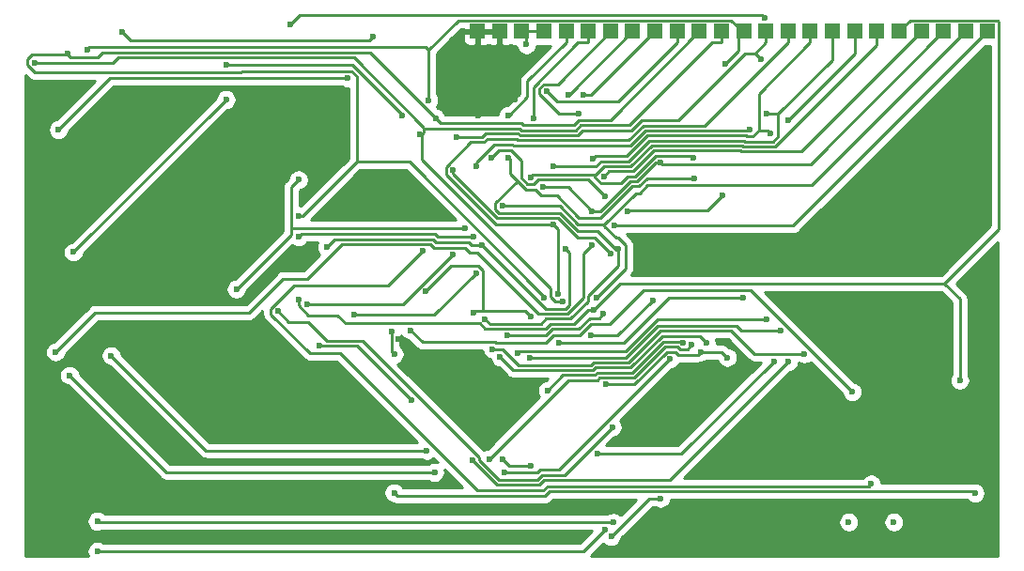
<source format=gbr>
G04 #@! TF.GenerationSoftware,KiCad,Pcbnew,(5.1.0-0)*
G04 #@! TF.CreationDate,2019-05-28T22:45:59-04:00*
G04 #@! TF.ProjectId,Business Card,42757369-6e65-4737-9320-436172642e6b,rev?*
G04 #@! TF.SameCoordinates,Original*
G04 #@! TF.FileFunction,Copper,L2,Bot*
G04 #@! TF.FilePolarity,Positive*
%FSLAX46Y46*%
G04 Gerber Fmt 4.6, Leading zero omitted, Abs format (unit mm)*
G04 Created by KiCad (PCBNEW (5.1.0-0)) date 2019-05-28 22:45:59*
%MOMM*%
%LPD*%
G04 APERTURE LIST*
%ADD10C,0.600000*%
%ADD11R,1.350000X1.350000*%
%ADD12C,0.250000*%
%ADD13C,0.254000*%
G04 APERTURE END LIST*
D10*
X176968000Y-111222000D03*
X181032000Y-111222000D03*
D11*
X189500000Y-67000000D03*
X187500000Y-67000000D03*
X185500000Y-67000000D03*
X183500000Y-67000000D03*
X181500000Y-67000000D03*
X179500000Y-67000000D03*
X177500000Y-67000000D03*
X175500000Y-67000000D03*
X173500000Y-67000000D03*
X171500000Y-67000000D03*
X169500000Y-67000000D03*
X167500000Y-67000000D03*
X165500000Y-67000000D03*
X163500000Y-67000000D03*
X161500000Y-67000000D03*
X159500000Y-67000000D03*
X157500000Y-67000000D03*
X155500000Y-67000000D03*
X153500000Y-67000000D03*
X151500000Y-67000000D03*
X149500000Y-67000000D03*
X147500000Y-67000000D03*
X145500000Y-67000000D03*
X143500000Y-67000000D03*
D10*
X105747700Y-75853000D03*
X131816500Y-71216300D03*
X126641300Y-66358700D03*
X169423800Y-65815600D03*
X141837300Y-96259900D03*
X136422700Y-94709500D03*
X143598100Y-74585300D03*
X146896900Y-73129200D03*
X183500000Y-79000000D03*
X182500000Y-94000000D03*
X184000000Y-105500000D03*
X165000000Y-112000000D03*
X116500000Y-97000000D03*
X113500000Y-102000000D03*
X104500000Y-111000000D03*
X117000000Y-83500000D03*
X104000000Y-72500000D03*
X162000000Y-101000000D03*
X158000000Y-102500000D03*
X134500000Y-83500000D03*
X122500000Y-74000000D03*
X168071400Y-75847500D03*
X143413600Y-79178800D03*
X132435600Y-92545300D03*
X143367500Y-88783100D03*
X172963700Y-96068400D03*
X144872100Y-95638100D03*
X128162400Y-91581200D03*
X141262800Y-87129000D03*
X136721900Y-74608500D03*
X120849200Y-70026700D03*
X120849200Y-73139000D03*
X107097200Y-86891000D03*
X188350000Y-108619700D03*
X136001800Y-108588500D03*
X136001800Y-96097800D03*
X135779400Y-94089200D03*
X177292500Y-99486500D03*
X137480400Y-93937200D03*
X179000000Y-107810100D03*
X138553400Y-86802300D03*
X166025000Y-96383700D03*
X155110000Y-98832500D03*
X163635400Y-95905600D03*
X134071500Y-67463200D03*
X111449900Y-67005800D03*
X147931500Y-68186000D03*
X154986600Y-81882200D03*
X144762200Y-78378700D03*
X127384700Y-80377600D03*
X121777800Y-90223900D03*
X142407900Y-84739100D03*
X155831600Y-84521600D03*
X129916900Y-86416000D03*
X151413100Y-86565800D03*
X154947700Y-80043800D03*
X143915800Y-86275300D03*
X145787200Y-82737500D03*
X154251100Y-90989700D03*
X143150700Y-85523200D03*
X127398700Y-85523200D03*
X127371100Y-91189500D03*
X154016400Y-92101600D03*
X186975000Y-98436300D03*
X149393700Y-81031200D03*
X153811000Y-86245500D03*
X105486700Y-95905500D03*
X153836700Y-83202200D03*
X160007900Y-78807800D03*
X164130300Y-95050600D03*
X145566800Y-96343700D03*
X148278700Y-80143000D03*
X163000000Y-78357500D03*
X139744600Y-74821400D03*
X106566500Y-69026500D03*
X127395600Y-83635800D03*
X149499300Y-90965900D03*
X149769500Y-72406200D03*
X153051700Y-72722600D03*
X151695700Y-72711900D03*
X152606800Y-74390500D03*
X154878800Y-92441100D03*
X146232800Y-94432200D03*
X148578500Y-74793000D03*
X165618700Y-81779200D03*
X157004600Y-83256900D03*
X154368100Y-105098100D03*
X170213300Y-96720500D03*
X169076200Y-69503200D03*
X141612700Y-76534900D03*
X150834800Y-95051100D03*
X167418400Y-90978000D03*
X165804700Y-69908200D03*
X139111900Y-73197600D03*
X108328400Y-68648900D03*
X151171100Y-91368800D03*
X103616200Y-69804900D03*
X138349800Y-76233900D03*
X138854100Y-90427400D03*
X171526400Y-74986000D03*
X171526400Y-96787700D03*
X143065600Y-105685700D03*
X148327100Y-92725300D03*
X143145300Y-92401800D03*
X150750000Y-90657900D03*
X150357100Y-84438500D03*
X169943000Y-76202100D03*
X170869400Y-93947800D03*
X148193700Y-96440800D03*
X153903500Y-78513700D03*
X150370600Y-79191100D03*
X169550900Y-74421700D03*
X169550900Y-92967300D03*
X147177200Y-96025800D03*
X155661500Y-102666100D03*
X125559500Y-92230800D03*
X159318300Y-91226400D03*
X153735200Y-94421900D03*
X144213200Y-92930800D03*
X163068700Y-80221400D03*
X146329200Y-78389800D03*
X146271100Y-74558700D03*
X156214800Y-86587000D03*
X145785000Y-105588000D03*
X148313000Y-106143600D03*
X155496700Y-87046800D03*
X141329900Y-79464600D03*
X129267000Y-95321300D03*
X137550000Y-100214400D03*
X109250000Y-111158200D03*
X155750000Y-111261900D03*
X139650000Y-106745500D03*
X106750000Y-97996700D03*
X138950000Y-104767400D03*
X110510000Y-96220800D03*
X109250000Y-113874000D03*
X155050000Y-111893400D03*
X162033700Y-95064000D03*
X149835000Y-99361400D03*
X144556300Y-105536500D03*
X162834100Y-95275800D03*
X160022600Y-109094700D03*
X155561500Y-112527800D03*
X160844200Y-96544500D03*
X145918200Y-106738000D03*
D12*
X105747700Y-75853000D02*
X110384400Y-71216300D01*
X110384400Y-71216300D02*
X131816500Y-71216300D01*
X126641300Y-66358700D02*
X127480500Y-65519500D01*
X127480500Y-65519500D02*
X169127700Y-65519500D01*
X169127700Y-65519500D02*
X169423800Y-65815600D01*
X141837300Y-96259900D02*
X137973100Y-96259900D01*
X137973100Y-96259900D02*
X136422700Y-94709500D01*
X145618800Y-72564600D02*
X146183400Y-73129200D01*
X146183400Y-73129200D02*
X146896900Y-73129200D01*
X143500000Y-67000000D02*
X143500000Y-70445800D01*
X143500000Y-70445800D02*
X145618800Y-72564600D01*
X145618800Y-72564600D02*
X143598100Y-74585300D01*
X145500000Y-67000000D02*
X143500000Y-67000000D01*
X168071400Y-75847500D02*
X167988000Y-75930900D01*
X167988000Y-75930900D02*
X158649300Y-75930900D01*
X158649300Y-75930900D02*
X157271900Y-77308300D01*
X157271900Y-77308300D02*
X146769100Y-77308300D01*
X146769100Y-77308300D02*
X146663800Y-77203000D01*
X146663800Y-77203000D02*
X145048000Y-77203000D01*
X145048000Y-77203000D02*
X143413600Y-78837400D01*
X143413600Y-78837400D02*
X143413600Y-79178800D01*
X143367500Y-88783100D02*
X139605300Y-92545300D01*
X139605300Y-92545300D02*
X132435600Y-92545300D01*
X128162400Y-91581200D02*
X136810600Y-91581200D01*
X136810600Y-91581200D02*
X141262800Y-87129000D01*
X144872100Y-95638100D02*
X145803200Y-95638100D01*
X145803200Y-95638100D02*
X147239600Y-97074500D01*
X147239600Y-97074500D02*
X153743600Y-97074500D01*
X153743600Y-97074500D02*
X153961900Y-96856200D01*
X153961900Y-96856200D02*
X157095300Y-96856200D01*
X157095300Y-96856200D02*
X159969300Y-93982200D01*
X159969300Y-93982200D02*
X166390600Y-93982200D01*
X166390600Y-93982200D02*
X168476800Y-96068400D01*
X168476800Y-96068400D02*
X172963700Y-96068400D01*
X107097200Y-86891000D02*
X120849200Y-73139000D01*
X136721900Y-74608500D02*
X136721800Y-74608500D01*
X136721800Y-74608500D02*
X136721800Y-74491700D01*
X136721800Y-74491700D02*
X132256800Y-70026700D01*
X132256800Y-70026700D02*
X120849200Y-70026700D01*
X136001800Y-108588500D02*
X136283200Y-108869900D01*
X136283200Y-108869900D02*
X149597800Y-108869900D01*
X149597800Y-108869900D02*
X149998400Y-108469300D01*
X149998400Y-108469300D02*
X188199600Y-108469300D01*
X188199600Y-108469300D02*
X188350000Y-108619700D01*
X135779400Y-94089200D02*
X135779400Y-95875400D01*
X135779400Y-95875400D02*
X136001800Y-96097800D01*
X177292500Y-99486500D02*
X168134900Y-90328900D01*
X168134900Y-90328900D02*
X158522000Y-90328900D01*
X158522000Y-90328900D02*
X155458600Y-93392300D01*
X155458600Y-93392300D02*
X153707300Y-93392300D01*
X153707300Y-93392300D02*
X152698300Y-94401300D01*
X152698300Y-94401300D02*
X150346300Y-94401300D01*
X150346300Y-94401300D02*
X149690100Y-95057500D01*
X149690100Y-95057500D02*
X145175900Y-95057500D01*
X145175900Y-95057500D02*
X145131200Y-95012800D01*
X145131200Y-95012800D02*
X138556000Y-95012800D01*
X138556000Y-95012800D02*
X137480400Y-93937200D01*
X179000000Y-107810100D02*
X178791100Y-108019000D01*
X178791100Y-108019000D02*
X149811800Y-108019000D01*
X149811800Y-108019000D02*
X149455900Y-108374900D01*
X149455900Y-108374900D02*
X143508700Y-108374900D01*
X143508700Y-108374900D02*
X131129500Y-95995700D01*
X131129500Y-95995700D02*
X128407700Y-95995700D01*
X128407700Y-95995700D02*
X124902100Y-92490100D01*
X124902100Y-92490100D02*
X124902100Y-92003900D01*
X124902100Y-92003900D02*
X127011600Y-89894400D01*
X127011600Y-89894400D02*
X135461300Y-89894400D01*
X135461300Y-89894400D02*
X138553400Y-86802300D01*
X155110000Y-98832500D02*
X157666600Y-98832500D01*
X157666600Y-98832500D02*
X160593500Y-95905600D01*
X160593500Y-95905600D02*
X161354100Y-95905600D01*
X161354100Y-95905600D02*
X161588100Y-96139600D01*
X161588100Y-96139600D02*
X163401400Y-96139600D01*
X163401400Y-96139600D02*
X163635400Y-95905600D01*
X163635400Y-95905600D02*
X165546900Y-95905600D01*
X165546900Y-95905600D02*
X166025000Y-96383700D01*
X134071500Y-67463200D02*
X133730000Y-67804700D01*
X133730000Y-67804700D02*
X112248800Y-67804700D01*
X112248800Y-67804700D02*
X111449900Y-67005800D01*
X147931500Y-67000000D02*
X149500000Y-67000000D01*
X147500000Y-67000000D02*
X147931500Y-67000000D01*
X147931500Y-67000000D02*
X147931500Y-68186000D01*
X154986600Y-81882200D02*
X153472500Y-80368100D01*
X153472500Y-80368100D02*
X148983400Y-80368100D01*
X148983400Y-80368100D02*
X148583200Y-80768300D01*
X148583200Y-80768300D02*
X148019700Y-80768300D01*
X148019700Y-80768300D02*
X147448900Y-80197500D01*
X147448900Y-80197500D02*
X147448900Y-78625000D01*
X147448900Y-78625000D02*
X146521200Y-77697300D01*
X146521200Y-77697300D02*
X145443600Y-77697300D01*
X145443600Y-77697300D02*
X144762200Y-78378700D01*
X189500000Y-67000000D02*
X171978400Y-84521600D01*
X171978400Y-84521600D02*
X155831600Y-84521600D01*
X127384700Y-80377600D02*
X126706200Y-81056100D01*
X126706200Y-81056100D02*
X126706200Y-84739100D01*
X121777800Y-90223900D02*
X126706200Y-85295500D01*
X126706200Y-85295500D02*
X126706200Y-84739100D01*
X126706200Y-84739100D02*
X142407900Y-84739100D01*
X154947700Y-80043800D02*
X155382100Y-79609400D01*
X155382100Y-79609400D02*
X157518400Y-79609400D01*
X157518400Y-79609400D02*
X159395700Y-77732100D01*
X159395700Y-77732100D02*
X167161000Y-77732100D01*
X167161000Y-77732100D02*
X167252600Y-77823700D01*
X167252600Y-77823700D02*
X172676300Y-77823700D01*
X172676300Y-77823700D02*
X183500000Y-67000000D01*
X143915800Y-86275300D02*
X143018400Y-86275300D01*
X143018400Y-86275300D02*
X142716700Y-85973600D01*
X142716700Y-85973600D02*
X139735100Y-85973600D01*
X139735100Y-85973600D02*
X139488200Y-85726700D01*
X139488200Y-85726700D02*
X130606200Y-85726700D01*
X130606200Y-85726700D02*
X129916900Y-86416000D01*
X151413100Y-86565800D02*
X151799000Y-86951700D01*
X151799000Y-86951700D02*
X151799000Y-91653800D01*
X151799000Y-91653800D02*
X151447200Y-92005600D01*
X151447200Y-92005600D02*
X149646100Y-92005600D01*
X149646100Y-92005600D02*
X143915800Y-86275300D01*
X143150700Y-85523200D02*
X139921600Y-85523200D01*
X139921600Y-85523200D02*
X139674800Y-85276400D01*
X139674800Y-85276400D02*
X127645500Y-85276400D01*
X127645500Y-85276400D02*
X127398700Y-85523200D01*
X154251100Y-90989700D02*
X156853000Y-88387800D01*
X156853000Y-88387800D02*
X156853000Y-86269100D01*
X156853000Y-86269100D02*
X156181200Y-85597300D01*
X156181200Y-85597300D02*
X156022700Y-85597300D01*
X156022700Y-85597300D02*
X154960300Y-84534900D01*
X154960300Y-84534900D02*
X154960300Y-84380300D01*
X187500000Y-67000000D02*
X173653200Y-80846800D01*
X173653200Y-80846800D02*
X158848900Y-80846800D01*
X158848900Y-80846800D02*
X158126100Y-81569600D01*
X158126100Y-81569600D02*
X157771000Y-81569600D01*
X157771000Y-81569600D02*
X154960300Y-84380300D01*
X154960300Y-84380300D02*
X152587700Y-84380300D01*
X152587700Y-84380300D02*
X150944900Y-82737500D01*
X150944900Y-82737500D02*
X145787200Y-82737500D01*
X154016400Y-92101600D02*
X153499200Y-92101600D01*
X153499200Y-92101600D02*
X152244300Y-93356500D01*
X152244300Y-93356500D02*
X150117300Y-93356500D01*
X150117300Y-93356500D02*
X149667000Y-93806800D01*
X149667000Y-93806800D02*
X144204900Y-93806800D01*
X144204900Y-93806800D02*
X143710000Y-93311900D01*
X143710000Y-93311900D02*
X131652700Y-93311900D01*
X131652700Y-93311900D02*
X130913900Y-92573100D01*
X130913900Y-92573100D02*
X128270000Y-92573100D01*
X128270000Y-92573100D02*
X127371100Y-91674200D01*
X127371100Y-91674200D02*
X127371100Y-91189500D01*
X154016400Y-92101600D02*
X154023600Y-92101600D01*
X154023600Y-92101600D02*
X156397300Y-89727900D01*
X156397300Y-89727900D02*
X185592800Y-89727900D01*
X186975000Y-98436300D02*
X186975000Y-91110100D01*
X186975000Y-91110100D02*
X185592800Y-89727900D01*
X181500000Y-67000000D02*
X182500400Y-65999600D01*
X182500400Y-65999600D02*
X190389400Y-65999600D01*
X190389400Y-65999600D02*
X190500400Y-66110600D01*
X190500400Y-66110600D02*
X190500400Y-84820300D01*
X190500400Y-84820300D02*
X185592800Y-89727900D01*
X153811000Y-86245500D02*
X153047500Y-87009000D01*
X153047500Y-87009000D02*
X153047500Y-91042700D01*
X153047500Y-91042700D02*
X151634300Y-92455900D01*
X151634300Y-92455900D02*
X149006300Y-92455900D01*
X149006300Y-92455900D02*
X143476400Y-86926000D01*
X143476400Y-86926000D02*
X142839500Y-86926000D01*
X142839500Y-86926000D02*
X142389200Y-86475700D01*
X142389200Y-86475700D02*
X139600300Y-86475700D01*
X139600300Y-86475700D02*
X139301600Y-86177000D01*
X139301600Y-86177000D02*
X131284800Y-86177000D01*
X131284800Y-86177000D02*
X128176800Y-89285000D01*
X128176800Y-89285000D02*
X126001300Y-89285000D01*
X126001300Y-89285000D02*
X122952800Y-92333500D01*
X122952800Y-92333500D02*
X109058700Y-92333500D01*
X109058700Y-92333500D02*
X105486700Y-95905500D01*
X160007900Y-78807800D02*
X159593800Y-78807800D01*
X159593800Y-78807800D02*
X157891600Y-80510000D01*
X157891600Y-80510000D02*
X157254700Y-80510000D01*
X157254700Y-80510000D02*
X154562500Y-83202200D01*
X154562500Y-83202200D02*
X153836700Y-83202200D01*
X153836700Y-83202200D02*
X151665700Y-81031200D01*
X151665700Y-81031200D02*
X149393700Y-81031200D01*
X185500000Y-67000000D02*
X173517200Y-78982800D01*
X173517200Y-78982800D02*
X160182900Y-78982800D01*
X160182900Y-78982800D02*
X160007900Y-78807800D01*
X154115300Y-79991600D02*
X154947800Y-79159100D01*
X154947800Y-79159100D02*
X157331800Y-79159100D01*
X157331800Y-79159100D02*
X159209100Y-77281800D01*
X159209100Y-77281800D02*
X167347600Y-77281800D01*
X167347600Y-77281800D02*
X167439200Y-77373400D01*
X167439200Y-77373400D02*
X170365700Y-77373400D01*
X170365700Y-77373400D02*
X179500000Y-68239100D01*
X179500000Y-68239100D02*
X179500000Y-68000300D01*
X145566800Y-96343700D02*
X146747900Y-97524800D01*
X146747900Y-97524800D02*
X153930200Y-97524800D01*
X153930200Y-97524800D02*
X154148500Y-97306500D01*
X154148500Y-97306500D02*
X157281900Y-97306500D01*
X157281900Y-97306500D02*
X160149800Y-94438600D01*
X160149800Y-94438600D02*
X163518300Y-94438600D01*
X163518300Y-94438600D02*
X164130300Y-95050600D01*
X154115300Y-79991600D02*
X154115300Y-80143000D01*
X154115300Y-80143000D02*
X154641400Y-80669100D01*
X154641400Y-80669100D02*
X156458700Y-80669100D01*
X156458700Y-80669100D02*
X157068100Y-80059700D01*
X157068100Y-80059700D02*
X157705000Y-80059700D01*
X157705000Y-80059700D02*
X159582300Y-78182400D01*
X159582300Y-78182400D02*
X162824900Y-78182400D01*
X162824900Y-78182400D02*
X163000000Y-78357500D01*
X154115300Y-79991600D02*
X154014200Y-79890500D01*
X154014200Y-79890500D02*
X148531200Y-79890500D01*
X148531200Y-79890500D02*
X148278700Y-80143000D01*
X179500000Y-67000000D02*
X179500000Y-68000300D01*
X163500000Y-67000000D02*
X155484100Y-75015900D01*
X155484100Y-75015900D02*
X152645700Y-75015900D01*
X152645700Y-75015900D02*
X152215800Y-75445800D01*
X152215800Y-75445800D02*
X147679500Y-75445800D01*
X147679500Y-75445800D02*
X147483200Y-75249500D01*
X147483200Y-75249500D02*
X140172700Y-75249500D01*
X140172700Y-75249500D02*
X139744600Y-74821400D01*
X106566500Y-69058300D02*
X103400500Y-69058300D01*
X103400500Y-69058300D02*
X102952100Y-69506700D01*
X102952100Y-69506700D02*
X102952100Y-70041700D01*
X102952100Y-70041700D02*
X103601300Y-70690900D01*
X103601300Y-70690900D02*
X122176700Y-70690900D01*
X122176700Y-70690900D02*
X122297100Y-70570500D01*
X122297100Y-70570500D02*
X132158000Y-70570500D01*
X132158000Y-70570500D02*
X132627900Y-71040400D01*
X132627900Y-71040400D02*
X132627900Y-78764600D01*
X139744600Y-74821400D02*
X133837800Y-68914600D01*
X133837800Y-68914600D02*
X109695500Y-68914600D01*
X109695500Y-68914600D02*
X109310400Y-69299700D01*
X109310400Y-69299700D02*
X106807900Y-69299700D01*
X106807900Y-69299700D02*
X106566500Y-69058300D01*
X132627900Y-78764600D02*
X137383500Y-78764600D01*
X137383500Y-78764600D02*
X149499300Y-90880400D01*
X149499300Y-90880400D02*
X149499300Y-90965900D01*
X132627900Y-78764600D02*
X127756700Y-83635800D01*
X127756700Y-83635800D02*
X127395600Y-83635800D01*
X106566500Y-69058300D02*
X106566500Y-69026500D01*
X149769500Y-72406200D02*
X150711200Y-73347900D01*
X150711200Y-73347900D02*
X156152400Y-73347900D01*
X156152400Y-73347900D02*
X161500000Y-68000300D01*
X161500000Y-67000000D02*
X161500000Y-68000300D01*
X159500000Y-67000000D02*
X153777400Y-72722600D01*
X153777400Y-72722600D02*
X153051700Y-72722600D01*
X157500000Y-67000000D02*
X151788100Y-72711900D01*
X151788100Y-72711900D02*
X151695700Y-72711900D01*
X152606800Y-74390500D02*
X150849700Y-74390500D01*
X150849700Y-74390500D02*
X149118600Y-72659400D01*
X149118600Y-72659400D02*
X149118600Y-72121600D01*
X149118600Y-72121600D02*
X149484900Y-71755300D01*
X149484900Y-71755300D02*
X150744700Y-71755300D01*
X150744700Y-71755300D02*
X155500000Y-67000000D01*
X146232800Y-94432200D02*
X149678500Y-94432200D01*
X149678500Y-94432200D02*
X150303900Y-93806800D01*
X150303900Y-93806800D02*
X152646400Y-93806800D01*
X152646400Y-93806800D02*
X153615100Y-92838100D01*
X153615100Y-92838100D02*
X154481800Y-92838100D01*
X154481800Y-92838100D02*
X154878800Y-92441100D01*
X165618700Y-81779200D02*
X164270600Y-83127300D01*
X164270600Y-83127300D02*
X157134100Y-83127300D01*
X157134100Y-83127300D02*
X157134100Y-83127400D01*
X157134100Y-83127400D02*
X157004600Y-83256900D01*
X153500000Y-68000300D02*
X152594700Y-68000300D01*
X152594700Y-68000300D02*
X148578500Y-72016500D01*
X148578500Y-72016500D02*
X148578500Y-74793000D01*
X153500000Y-67000000D02*
X153500000Y-68000300D01*
X168536700Y-68963600D02*
X168536600Y-68963600D01*
X168536600Y-68963600D02*
X167659600Y-68963600D01*
X167659600Y-68963600D02*
X161592900Y-75030300D01*
X161592900Y-75030300D02*
X158276100Y-75030300D01*
X158276100Y-75030300D02*
X157389900Y-75916500D01*
X157389900Y-75916500D02*
X153018900Y-75916500D01*
X153018900Y-75916500D02*
X152569300Y-76366100D01*
X152569300Y-76366100D02*
X147326000Y-76366100D01*
X147326000Y-76366100D02*
X147185300Y-76225400D01*
X147185300Y-76225400D02*
X144248300Y-76225400D01*
X144248300Y-76225400D02*
X143938800Y-76534900D01*
X143938800Y-76534900D02*
X141612700Y-76534900D01*
X168536700Y-68963600D02*
X169076200Y-69503200D01*
X169500000Y-68000300D02*
X168536700Y-68963600D01*
X169500000Y-67000000D02*
X169500000Y-68000300D01*
X154368100Y-105098100D02*
X161835700Y-105098100D01*
X161835700Y-105098100D02*
X170213300Y-96720500D01*
X167418400Y-90978000D02*
X160757000Y-90978000D01*
X160757000Y-90978000D02*
X156683900Y-95051100D01*
X156683900Y-95051100D02*
X150834800Y-95051100D01*
X139111900Y-68648900D02*
X138872300Y-68409300D01*
X138872300Y-68409300D02*
X108568000Y-68409300D01*
X108568000Y-68409300D02*
X108328400Y-68648900D01*
X166999800Y-67000000D02*
X166999800Y-68713100D01*
X166999800Y-68713100D02*
X165804700Y-69908200D01*
X139111900Y-68648900D02*
X141761200Y-65999600D01*
X141761200Y-65999600D02*
X166374500Y-65999600D01*
X166374500Y-65999600D02*
X166999800Y-66624900D01*
X166999800Y-66624900D02*
X166999800Y-67000000D01*
X167500000Y-67000000D02*
X166999800Y-67000000D01*
X139111900Y-68648900D02*
X139111900Y-73197600D01*
X165500000Y-68000300D02*
X164669200Y-68000300D01*
X164669200Y-68000300D02*
X157203300Y-75466200D01*
X157203300Y-75466200D02*
X152832300Y-75466200D01*
X152832300Y-75466200D02*
X152388900Y-75909600D01*
X152388900Y-75909600D02*
X147506400Y-75909600D01*
X147506400Y-75909600D02*
X147324800Y-75728000D01*
X147324800Y-75728000D02*
X138674100Y-75728000D01*
X138674100Y-75728000D02*
X138674100Y-75667500D01*
X138674100Y-75667500D02*
X132374900Y-69368300D01*
X132374900Y-69368300D02*
X111116300Y-69368300D01*
X111116300Y-69368300D02*
X110679700Y-69804900D01*
X110679700Y-69804900D02*
X103616200Y-69804900D01*
X138512000Y-76233900D02*
X138512000Y-78557300D01*
X138512000Y-78557300D02*
X150124700Y-90170000D01*
X150124700Y-90170000D02*
X150124700Y-90937900D01*
X150124700Y-90937900D02*
X150555600Y-91368800D01*
X150555600Y-91368800D02*
X151171100Y-91368800D01*
X138674100Y-75728000D02*
X138674100Y-76071800D01*
X138674100Y-76071800D02*
X138512000Y-76233900D01*
X138512000Y-76233900D02*
X138349800Y-76233900D01*
X165500000Y-67000000D02*
X165500000Y-68000300D01*
X143992900Y-92231500D02*
X143315600Y-92231500D01*
X143315600Y-92231500D02*
X143145300Y-92401800D01*
X148327100Y-92725300D02*
X147833300Y-92231500D01*
X147833300Y-92231500D02*
X143992900Y-92231500D01*
X143992900Y-92231500D02*
X143992900Y-88522800D01*
X143992900Y-88522800D02*
X143620300Y-88150200D01*
X143620300Y-88150200D02*
X141131300Y-88150200D01*
X141131300Y-88150200D02*
X138854100Y-90427400D01*
X171526400Y-96787700D02*
X160890900Y-107423200D01*
X160890900Y-107423200D02*
X149545800Y-107423200D01*
X149545800Y-107423200D02*
X149095500Y-107873500D01*
X149095500Y-107873500D02*
X145253400Y-107873500D01*
X145253400Y-107873500D02*
X143065600Y-105685700D01*
X177500000Y-67000000D02*
X177500000Y-69012400D01*
X177500000Y-69012400D02*
X171526400Y-74986000D01*
X171500000Y-68000300D02*
X164019700Y-75480600D01*
X164019700Y-75480600D02*
X158462700Y-75480600D01*
X158462700Y-75480600D02*
X157126200Y-76817100D01*
X157126200Y-76817100D02*
X147140100Y-76817100D01*
X147140100Y-76817100D02*
X147032000Y-76709000D01*
X147032000Y-76709000D02*
X144401700Y-76709000D01*
X144401700Y-76709000D02*
X144125400Y-76985300D01*
X144125400Y-76985300D02*
X142916300Y-76985300D01*
X142916300Y-76985300D02*
X140696900Y-79204700D01*
X140696900Y-79204700D02*
X140696900Y-79910700D01*
X140696900Y-79910700D02*
X145224700Y-84438500D01*
X145224700Y-84438500D02*
X150357100Y-84438500D01*
X171500000Y-67000000D02*
X171500000Y-68000300D01*
X150357100Y-84438500D02*
X150750000Y-84831400D01*
X150750000Y-84831400D02*
X150750000Y-90657900D01*
X168892700Y-75910600D02*
X168892700Y-72607600D01*
X168892700Y-72607600D02*
X173500000Y-68000300D01*
X153903500Y-78513700D02*
X154158700Y-78258500D01*
X154158700Y-78258500D02*
X156958600Y-78258500D01*
X156958600Y-78258500D02*
X158835900Y-76381200D01*
X158835900Y-76381200D02*
X167720800Y-76381200D01*
X167720800Y-76381200D02*
X167812400Y-76472800D01*
X167812400Y-76472800D02*
X168330500Y-76472800D01*
X168330500Y-76472800D02*
X168892700Y-75910600D01*
X169943000Y-76202100D02*
X169651500Y-75910600D01*
X169651500Y-75910600D02*
X168892700Y-75910600D01*
X170869400Y-93947800D02*
X167311400Y-93947800D01*
X167311400Y-93947800D02*
X166895500Y-93531900D01*
X166895500Y-93531900D02*
X159782700Y-93531900D01*
X159782700Y-93531900D02*
X156908700Y-96405900D01*
X156908700Y-96405900D02*
X148228600Y-96405900D01*
X148228600Y-96405900D02*
X148193700Y-96440800D01*
X173500000Y-67000000D02*
X173500000Y-68000300D01*
X150370600Y-79191100D02*
X154185900Y-79191100D01*
X154185900Y-79191100D02*
X154668200Y-78708800D01*
X154668200Y-78708800D02*
X157145200Y-78708800D01*
X157145200Y-78708800D02*
X159022500Y-76831500D01*
X159022500Y-76831500D02*
X167534200Y-76831500D01*
X167534200Y-76831500D02*
X167625800Y-76923100D01*
X167625800Y-76923100D02*
X170146900Y-76923100D01*
X170146900Y-76923100D02*
X170626100Y-76443900D01*
X170626100Y-76443900D02*
X170626100Y-74421700D01*
X147177200Y-96025800D02*
X147387500Y-95815500D01*
X147387500Y-95815500D02*
X156862200Y-95815500D01*
X156862200Y-95815500D02*
X159710400Y-92967300D01*
X159710400Y-92967300D02*
X169550900Y-92967300D01*
X175500000Y-67000000D02*
X175500000Y-69547800D01*
X175500000Y-69547800D02*
X170626100Y-74421700D01*
X170626100Y-74421700D02*
X169550900Y-74421700D01*
X155661500Y-102666100D02*
X151354700Y-106972900D01*
X151354700Y-106972900D02*
X149359100Y-106972900D01*
X149359100Y-106972900D02*
X148930200Y-107401800D01*
X148930200Y-107401800D02*
X145434800Y-107401800D01*
X145434800Y-107401800D02*
X143690900Y-105657900D01*
X143690900Y-105657900D02*
X143690900Y-105426600D01*
X143690900Y-105426600D02*
X133135200Y-94870900D01*
X133135200Y-94870900D02*
X129931000Y-94870900D01*
X129931000Y-94870900D02*
X128242800Y-93182700D01*
X128242800Y-93182700D02*
X126511400Y-93182700D01*
X126511400Y-93182700D02*
X125559500Y-92230800D01*
X159318300Y-91226400D02*
X156122800Y-94421900D01*
X156122800Y-94421900D02*
X153735200Y-94421900D01*
X147116800Y-80502200D02*
X146452900Y-79838400D01*
X146452900Y-79838400D02*
X146452900Y-78513500D01*
X146452900Y-78513500D02*
X146329200Y-78389800D01*
X148313000Y-106143600D02*
X146340600Y-106143600D01*
X146340600Y-106143600D02*
X145785000Y-105588000D01*
X147116800Y-80502200D02*
X147904600Y-81290100D01*
X147904600Y-81290100D02*
X148768400Y-81290100D01*
X148768400Y-81290100D02*
X148768400Y-81290200D01*
X148768400Y-81290200D02*
X149288900Y-81810700D01*
X149288900Y-81810700D02*
X150655000Y-81810700D01*
X150655000Y-81810700D02*
X152671900Y-83827600D01*
X152671900Y-83827600D02*
X154574100Y-83827600D01*
X154574100Y-83827600D02*
X157441400Y-80960300D01*
X157441400Y-80960300D02*
X158078200Y-80960300D01*
X158078200Y-80960300D02*
X158817100Y-80221400D01*
X158817100Y-80221400D02*
X163068700Y-80221400D01*
X156214800Y-86587000D02*
X155921400Y-86587000D01*
X155921400Y-86587000D02*
X154334900Y-85000500D01*
X154334900Y-85000500D02*
X152571000Y-85000500D01*
X152571000Y-85000500D02*
X150933300Y-83362800D01*
X150933300Y-83362800D02*
X145467000Y-83362800D01*
X145467000Y-83362800D02*
X145143500Y-83039300D01*
X145143500Y-83039300D02*
X145143500Y-82475500D01*
X145143500Y-82475500D02*
X147116800Y-80502200D01*
X156214800Y-86587000D02*
X156214800Y-88141800D01*
X156214800Y-88141800D02*
X156214700Y-88141800D01*
X156214700Y-88141800D02*
X153497800Y-90858700D01*
X153497800Y-90858700D02*
X153497800Y-91306900D01*
X153497800Y-91306900D02*
X151898500Y-92906200D01*
X151898500Y-92906200D02*
X149705500Y-92906200D01*
X149705500Y-92906200D02*
X149255200Y-93356500D01*
X149255200Y-93356500D02*
X144638900Y-93356500D01*
X144638900Y-93356500D02*
X144213200Y-92930800D01*
X151500000Y-68000300D02*
X148023700Y-71476600D01*
X148023700Y-71476600D02*
X148023700Y-72907000D01*
X148023700Y-72907000D02*
X146372000Y-74558700D01*
X146372000Y-74558700D02*
X146271100Y-74558700D01*
X151500000Y-67000000D02*
X151500000Y-68000300D01*
X141329900Y-79464600D02*
X141329900Y-79862700D01*
X141329900Y-79862700D02*
X145280300Y-83813100D01*
X145280300Y-83813100D02*
X150746700Y-83813100D01*
X150746700Y-83813100D02*
X152543300Y-85609700D01*
X152543300Y-85609700D02*
X154059600Y-85609700D01*
X154059600Y-85609700D02*
X155496700Y-87046800D01*
X129267000Y-95321300D02*
X132656900Y-95321300D01*
X132656900Y-95321300D02*
X137550000Y-100214400D01*
X109250000Y-111158200D02*
X109353700Y-111261900D01*
X109353700Y-111261900D02*
X155750000Y-111261900D01*
X139650000Y-106745500D02*
X115498800Y-106745500D01*
X115498800Y-106745500D02*
X106750000Y-97996700D01*
X110510000Y-96220800D02*
X119056600Y-104767400D01*
X119056600Y-104767400D02*
X138950000Y-104767400D01*
X109250000Y-113874000D02*
X153069400Y-113874000D01*
X153069400Y-113874000D02*
X155050000Y-111893400D01*
X162033700Y-95064000D02*
X161946100Y-94976400D01*
X161946100Y-94976400D02*
X160248900Y-94976400D01*
X160248900Y-94976400D02*
X157468500Y-97756800D01*
X157468500Y-97756800D02*
X154335100Y-97756800D01*
X154335100Y-97756800D02*
X154116800Y-97975100D01*
X154116800Y-97975100D02*
X151221300Y-97975100D01*
X151221300Y-97975100D02*
X149835000Y-99361400D01*
X144556300Y-105536500D02*
X151667400Y-98425400D01*
X151667400Y-98425400D02*
X154303400Y-98425400D01*
X154303400Y-98425400D02*
X154521700Y-98207100D01*
X154521700Y-98207100D02*
X157655100Y-98207100D01*
X157655100Y-98207100D02*
X160435500Y-95426700D01*
X160435500Y-95426700D02*
X161512100Y-95426700D01*
X161512100Y-95426700D02*
X161774700Y-95689300D01*
X161774700Y-95689300D02*
X162420600Y-95689300D01*
X162420600Y-95689300D02*
X162834100Y-95275800D01*
X155561500Y-112527800D02*
X158994600Y-109094700D01*
X158994600Y-109094700D02*
X160022600Y-109094700D01*
X160844200Y-96544500D02*
X150866100Y-106522600D01*
X150866100Y-106522600D02*
X149172500Y-106522600D01*
X149172500Y-106522600D02*
X148903200Y-106791900D01*
X148903200Y-106791900D02*
X145972100Y-106791900D01*
X145972100Y-106791900D02*
X145918200Y-106738000D01*
D13*
G36*
X190373000Y-114290000D02*
G01*
X153728201Y-114290000D01*
X154864806Y-113153396D01*
X154965472Y-113254062D01*
X155118611Y-113356386D01*
X155288771Y-113426868D01*
X155469411Y-113462800D01*
X155653589Y-113462800D01*
X155834229Y-113426868D01*
X156004389Y-113356386D01*
X156157528Y-113254062D01*
X156287762Y-113123828D01*
X156390086Y-112970689D01*
X156460568Y-112800529D01*
X156484653Y-112679448D01*
X158034190Y-111129911D01*
X176033000Y-111129911D01*
X176033000Y-111314089D01*
X176068932Y-111494729D01*
X176139414Y-111664889D01*
X176241738Y-111818028D01*
X176371972Y-111948262D01*
X176525111Y-112050586D01*
X176695271Y-112121068D01*
X176875911Y-112157000D01*
X177060089Y-112157000D01*
X177240729Y-112121068D01*
X177410889Y-112050586D01*
X177564028Y-111948262D01*
X177694262Y-111818028D01*
X177796586Y-111664889D01*
X177867068Y-111494729D01*
X177903000Y-111314089D01*
X177903000Y-111129911D01*
X180097000Y-111129911D01*
X180097000Y-111314089D01*
X180132932Y-111494729D01*
X180203414Y-111664889D01*
X180305738Y-111818028D01*
X180435972Y-111948262D01*
X180589111Y-112050586D01*
X180759271Y-112121068D01*
X180939911Y-112157000D01*
X181124089Y-112157000D01*
X181304729Y-112121068D01*
X181474889Y-112050586D01*
X181628028Y-111948262D01*
X181758262Y-111818028D01*
X181860586Y-111664889D01*
X181931068Y-111494729D01*
X181967000Y-111314089D01*
X181967000Y-111129911D01*
X181931068Y-110949271D01*
X181860586Y-110779111D01*
X181758262Y-110625972D01*
X181628028Y-110495738D01*
X181474889Y-110393414D01*
X181304729Y-110322932D01*
X181124089Y-110287000D01*
X180939911Y-110287000D01*
X180759271Y-110322932D01*
X180589111Y-110393414D01*
X180435972Y-110495738D01*
X180305738Y-110625972D01*
X180203414Y-110779111D01*
X180132932Y-110949271D01*
X180097000Y-111129911D01*
X177903000Y-111129911D01*
X177867068Y-110949271D01*
X177796586Y-110779111D01*
X177694262Y-110625972D01*
X177564028Y-110495738D01*
X177410889Y-110393414D01*
X177240729Y-110322932D01*
X177060089Y-110287000D01*
X176875911Y-110287000D01*
X176695271Y-110322932D01*
X176525111Y-110393414D01*
X176371972Y-110495738D01*
X176241738Y-110625972D01*
X176139414Y-110779111D01*
X176068932Y-110949271D01*
X176033000Y-111129911D01*
X158034190Y-111129911D01*
X159309402Y-109854700D01*
X159477065Y-109854700D01*
X159579711Y-109923286D01*
X159749871Y-109993768D01*
X159930511Y-110029700D01*
X160114689Y-110029700D01*
X160295329Y-109993768D01*
X160465489Y-109923286D01*
X160618628Y-109820962D01*
X160748862Y-109690728D01*
X160851186Y-109537589D01*
X160921668Y-109367429D01*
X160949144Y-109229300D01*
X187637310Y-109229300D01*
X187753972Y-109345962D01*
X187907111Y-109448286D01*
X188077271Y-109518768D01*
X188257911Y-109554700D01*
X188442089Y-109554700D01*
X188622729Y-109518768D01*
X188792889Y-109448286D01*
X188946028Y-109345962D01*
X189076262Y-109215728D01*
X189178586Y-109062589D01*
X189249068Y-108892429D01*
X189285000Y-108711789D01*
X189285000Y-108527611D01*
X189249068Y-108346971D01*
X189178586Y-108176811D01*
X189076262Y-108023672D01*
X188946028Y-107893438D01*
X188792889Y-107791114D01*
X188622729Y-107720632D01*
X188442089Y-107684700D01*
X188257911Y-107684700D01*
X188134240Y-107709300D01*
X179933267Y-107709300D01*
X179899068Y-107537371D01*
X179828586Y-107367211D01*
X179726262Y-107214072D01*
X179596028Y-107083838D01*
X179442889Y-106981514D01*
X179272729Y-106911032D01*
X179092089Y-106875100D01*
X178907911Y-106875100D01*
X178727271Y-106911032D01*
X178557111Y-106981514D01*
X178403972Y-107083838D01*
X178273738Y-107214072D01*
X178243718Y-107259000D01*
X162129901Y-107259000D01*
X171678049Y-97710853D01*
X171799129Y-97686768D01*
X171969289Y-97616286D01*
X172122428Y-97513962D01*
X172252662Y-97383728D01*
X172354986Y-97230589D01*
X172425468Y-97060429D01*
X172461400Y-96879789D01*
X172461400Y-96857289D01*
X172520811Y-96896986D01*
X172690971Y-96967468D01*
X172871611Y-97003400D01*
X173055789Y-97003400D01*
X173236429Y-96967468D01*
X173406589Y-96896986D01*
X173539426Y-96808227D01*
X176369347Y-99638149D01*
X176393432Y-99759229D01*
X176463914Y-99929389D01*
X176566238Y-100082528D01*
X176696472Y-100212762D01*
X176849611Y-100315086D01*
X177019771Y-100385568D01*
X177200411Y-100421500D01*
X177384589Y-100421500D01*
X177565229Y-100385568D01*
X177735389Y-100315086D01*
X177888528Y-100212762D01*
X178018762Y-100082528D01*
X178121086Y-99929389D01*
X178191568Y-99759229D01*
X178227500Y-99578589D01*
X178227500Y-99394411D01*
X178191568Y-99213771D01*
X178121086Y-99043611D01*
X178018762Y-98890472D01*
X177888528Y-98760238D01*
X177735389Y-98657914D01*
X177565229Y-98587432D01*
X177444149Y-98563347D01*
X169368701Y-90487900D01*
X185277999Y-90487900D01*
X186215001Y-91424903D01*
X186215000Y-97890764D01*
X186146414Y-97993411D01*
X186075932Y-98163571D01*
X186040000Y-98344211D01*
X186040000Y-98528389D01*
X186075932Y-98709029D01*
X186146414Y-98879189D01*
X186248738Y-99032328D01*
X186378972Y-99162562D01*
X186532111Y-99264886D01*
X186702271Y-99335368D01*
X186882911Y-99371300D01*
X187067089Y-99371300D01*
X187247729Y-99335368D01*
X187417889Y-99264886D01*
X187571028Y-99162562D01*
X187701262Y-99032328D01*
X187803586Y-98879189D01*
X187874068Y-98709029D01*
X187910000Y-98528389D01*
X187910000Y-98344211D01*
X187874068Y-98163571D01*
X187803586Y-97993411D01*
X187735000Y-97890765D01*
X187735000Y-91147422D01*
X187738676Y-91110100D01*
X187735000Y-91072777D01*
X187735000Y-91072767D01*
X187724003Y-90961114D01*
X187680546Y-90817853D01*
X187662190Y-90783511D01*
X187609974Y-90685823D01*
X187538799Y-90599097D01*
X187515001Y-90570099D01*
X187486003Y-90546301D01*
X186667601Y-89727900D01*
X190373000Y-86022502D01*
X190373000Y-114290000D01*
X190373000Y-114290000D01*
G37*
X190373000Y-114290000D02*
X153728201Y-114290000D01*
X154864806Y-113153396D01*
X154965472Y-113254062D01*
X155118611Y-113356386D01*
X155288771Y-113426868D01*
X155469411Y-113462800D01*
X155653589Y-113462800D01*
X155834229Y-113426868D01*
X156004389Y-113356386D01*
X156157528Y-113254062D01*
X156287762Y-113123828D01*
X156390086Y-112970689D01*
X156460568Y-112800529D01*
X156484653Y-112679448D01*
X158034190Y-111129911D01*
X176033000Y-111129911D01*
X176033000Y-111314089D01*
X176068932Y-111494729D01*
X176139414Y-111664889D01*
X176241738Y-111818028D01*
X176371972Y-111948262D01*
X176525111Y-112050586D01*
X176695271Y-112121068D01*
X176875911Y-112157000D01*
X177060089Y-112157000D01*
X177240729Y-112121068D01*
X177410889Y-112050586D01*
X177564028Y-111948262D01*
X177694262Y-111818028D01*
X177796586Y-111664889D01*
X177867068Y-111494729D01*
X177903000Y-111314089D01*
X177903000Y-111129911D01*
X180097000Y-111129911D01*
X180097000Y-111314089D01*
X180132932Y-111494729D01*
X180203414Y-111664889D01*
X180305738Y-111818028D01*
X180435972Y-111948262D01*
X180589111Y-112050586D01*
X180759271Y-112121068D01*
X180939911Y-112157000D01*
X181124089Y-112157000D01*
X181304729Y-112121068D01*
X181474889Y-112050586D01*
X181628028Y-111948262D01*
X181758262Y-111818028D01*
X181860586Y-111664889D01*
X181931068Y-111494729D01*
X181967000Y-111314089D01*
X181967000Y-111129911D01*
X181931068Y-110949271D01*
X181860586Y-110779111D01*
X181758262Y-110625972D01*
X181628028Y-110495738D01*
X181474889Y-110393414D01*
X181304729Y-110322932D01*
X181124089Y-110287000D01*
X180939911Y-110287000D01*
X180759271Y-110322932D01*
X180589111Y-110393414D01*
X180435972Y-110495738D01*
X180305738Y-110625972D01*
X180203414Y-110779111D01*
X180132932Y-110949271D01*
X180097000Y-111129911D01*
X177903000Y-111129911D01*
X177867068Y-110949271D01*
X177796586Y-110779111D01*
X177694262Y-110625972D01*
X177564028Y-110495738D01*
X177410889Y-110393414D01*
X177240729Y-110322932D01*
X177060089Y-110287000D01*
X176875911Y-110287000D01*
X176695271Y-110322932D01*
X176525111Y-110393414D01*
X176371972Y-110495738D01*
X176241738Y-110625972D01*
X176139414Y-110779111D01*
X176068932Y-110949271D01*
X176033000Y-111129911D01*
X158034190Y-111129911D01*
X159309402Y-109854700D01*
X159477065Y-109854700D01*
X159579711Y-109923286D01*
X159749871Y-109993768D01*
X159930511Y-110029700D01*
X160114689Y-110029700D01*
X160295329Y-109993768D01*
X160465489Y-109923286D01*
X160618628Y-109820962D01*
X160748862Y-109690728D01*
X160851186Y-109537589D01*
X160921668Y-109367429D01*
X160949144Y-109229300D01*
X187637310Y-109229300D01*
X187753972Y-109345962D01*
X187907111Y-109448286D01*
X188077271Y-109518768D01*
X188257911Y-109554700D01*
X188442089Y-109554700D01*
X188622729Y-109518768D01*
X188792889Y-109448286D01*
X188946028Y-109345962D01*
X189076262Y-109215728D01*
X189178586Y-109062589D01*
X189249068Y-108892429D01*
X189285000Y-108711789D01*
X189285000Y-108527611D01*
X189249068Y-108346971D01*
X189178586Y-108176811D01*
X189076262Y-108023672D01*
X188946028Y-107893438D01*
X188792889Y-107791114D01*
X188622729Y-107720632D01*
X188442089Y-107684700D01*
X188257911Y-107684700D01*
X188134240Y-107709300D01*
X179933267Y-107709300D01*
X179899068Y-107537371D01*
X179828586Y-107367211D01*
X179726262Y-107214072D01*
X179596028Y-107083838D01*
X179442889Y-106981514D01*
X179272729Y-106911032D01*
X179092089Y-106875100D01*
X178907911Y-106875100D01*
X178727271Y-106911032D01*
X178557111Y-106981514D01*
X178403972Y-107083838D01*
X178273738Y-107214072D01*
X178243718Y-107259000D01*
X162129901Y-107259000D01*
X171678049Y-97710853D01*
X171799129Y-97686768D01*
X171969289Y-97616286D01*
X172122428Y-97513962D01*
X172252662Y-97383728D01*
X172354986Y-97230589D01*
X172425468Y-97060429D01*
X172461400Y-96879789D01*
X172461400Y-96857289D01*
X172520811Y-96896986D01*
X172690971Y-96967468D01*
X172871611Y-97003400D01*
X173055789Y-97003400D01*
X173236429Y-96967468D01*
X173406589Y-96896986D01*
X173539426Y-96808227D01*
X176369347Y-99638149D01*
X176393432Y-99759229D01*
X176463914Y-99929389D01*
X176566238Y-100082528D01*
X176696472Y-100212762D01*
X176849611Y-100315086D01*
X177019771Y-100385568D01*
X177200411Y-100421500D01*
X177384589Y-100421500D01*
X177565229Y-100385568D01*
X177735389Y-100315086D01*
X177888528Y-100212762D01*
X178018762Y-100082528D01*
X178121086Y-99929389D01*
X178191568Y-99759229D01*
X178227500Y-99578589D01*
X178227500Y-99394411D01*
X178191568Y-99213771D01*
X178121086Y-99043611D01*
X178018762Y-98890472D01*
X177888528Y-98760238D01*
X177735389Y-98657914D01*
X177565229Y-98587432D01*
X177444149Y-98563347D01*
X169368701Y-90487900D01*
X185277999Y-90487900D01*
X186215001Y-91424903D01*
X186215000Y-97890764D01*
X186146414Y-97993411D01*
X186075932Y-98163571D01*
X186040000Y-98344211D01*
X186040000Y-98528389D01*
X186075932Y-98709029D01*
X186146414Y-98879189D01*
X186248738Y-99032328D01*
X186378972Y-99162562D01*
X186532111Y-99264886D01*
X186702271Y-99335368D01*
X186882911Y-99371300D01*
X187067089Y-99371300D01*
X187247729Y-99335368D01*
X187417889Y-99264886D01*
X187571028Y-99162562D01*
X187701262Y-99032328D01*
X187803586Y-98879189D01*
X187874068Y-98709029D01*
X187910000Y-98528389D01*
X187910000Y-98344211D01*
X187874068Y-98163571D01*
X187803586Y-97993411D01*
X187735000Y-97890765D01*
X187735000Y-91147422D01*
X187738676Y-91110100D01*
X187735000Y-91072777D01*
X187735000Y-91072767D01*
X187724003Y-90961114D01*
X187680546Y-90817853D01*
X187662190Y-90783511D01*
X187609974Y-90685823D01*
X187538799Y-90599097D01*
X187515001Y-90570099D01*
X187486003Y-90546301D01*
X186667601Y-89727900D01*
X190373000Y-86022502D01*
X190373000Y-114290000D01*
G36*
X103037505Y-71201908D02*
G01*
X103061299Y-71230901D01*
X103090292Y-71254695D01*
X103090296Y-71254699D01*
X103105891Y-71267497D01*
X103177024Y-71325874D01*
X103309053Y-71396446D01*
X103452314Y-71439903D01*
X103563967Y-71450900D01*
X103563976Y-71450900D01*
X103601299Y-71454576D01*
X103638622Y-71450900D01*
X109074998Y-71450900D01*
X105596052Y-74929847D01*
X105474971Y-74953932D01*
X105304811Y-75024414D01*
X105151672Y-75126738D01*
X105021438Y-75256972D01*
X104919114Y-75410111D01*
X104848632Y-75580271D01*
X104812700Y-75760911D01*
X104812700Y-75945089D01*
X104848632Y-76125729D01*
X104919114Y-76295889D01*
X105021438Y-76449028D01*
X105151672Y-76579262D01*
X105304811Y-76681586D01*
X105474971Y-76752068D01*
X105655611Y-76788000D01*
X105839789Y-76788000D01*
X106020429Y-76752068D01*
X106190589Y-76681586D01*
X106343728Y-76579262D01*
X106473962Y-76449028D01*
X106576286Y-76295889D01*
X106646768Y-76125729D01*
X106670853Y-76004648D01*
X110699202Y-71976300D01*
X131270965Y-71976300D01*
X131373611Y-72044886D01*
X131543771Y-72115368D01*
X131724411Y-72151300D01*
X131867900Y-72151300D01*
X131867901Y-78449797D01*
X127595461Y-82722238D01*
X127487689Y-82700800D01*
X127466200Y-82700800D01*
X127466200Y-81370901D01*
X127536349Y-81300753D01*
X127657429Y-81276668D01*
X127827589Y-81206186D01*
X127980728Y-81103862D01*
X128110962Y-80973628D01*
X128213286Y-80820489D01*
X128283768Y-80650329D01*
X128319700Y-80469689D01*
X128319700Y-80285511D01*
X128283768Y-80104871D01*
X128213286Y-79934711D01*
X128110962Y-79781572D01*
X127980728Y-79651338D01*
X127827589Y-79549014D01*
X127657429Y-79478532D01*
X127476789Y-79442600D01*
X127292611Y-79442600D01*
X127111971Y-79478532D01*
X126941811Y-79549014D01*
X126788672Y-79651338D01*
X126658438Y-79781572D01*
X126556114Y-79934711D01*
X126485632Y-80104871D01*
X126461547Y-80225951D01*
X126195202Y-80492297D01*
X126166199Y-80516099D01*
X126121387Y-80570703D01*
X126071226Y-80631824D01*
X126013924Y-80739028D01*
X126000654Y-80763854D01*
X125957197Y-80907115D01*
X125946200Y-81018768D01*
X125946200Y-81018778D01*
X125942524Y-81056100D01*
X125946200Y-81093423D01*
X125946201Y-84701757D01*
X125942523Y-84739100D01*
X125946200Y-84776433D01*
X125946200Y-84980698D01*
X121626152Y-89300747D01*
X121505071Y-89324832D01*
X121334911Y-89395314D01*
X121181772Y-89497638D01*
X121051538Y-89627872D01*
X120949214Y-89781011D01*
X120878732Y-89951171D01*
X120842800Y-90131811D01*
X120842800Y-90315989D01*
X120878732Y-90496629D01*
X120949214Y-90666789D01*
X121051538Y-90819928D01*
X121181772Y-90950162D01*
X121334911Y-91052486D01*
X121505071Y-91122968D01*
X121685711Y-91158900D01*
X121869889Y-91158900D01*
X122050529Y-91122968D01*
X122220689Y-91052486D01*
X122373828Y-90950162D01*
X122504062Y-90819928D01*
X122606386Y-90666789D01*
X122676868Y-90496629D01*
X122700953Y-90375548D01*
X126817280Y-86259222D01*
X126955811Y-86351786D01*
X127125971Y-86422268D01*
X127306611Y-86458200D01*
X127490789Y-86458200D01*
X127671429Y-86422268D01*
X127841589Y-86351786D01*
X127994728Y-86249462D01*
X128124962Y-86119228D01*
X128180306Y-86036400D01*
X129062099Y-86036400D01*
X129017832Y-86143271D01*
X128981900Y-86323911D01*
X128981900Y-86508089D01*
X129017832Y-86688729D01*
X129088314Y-86858889D01*
X129190638Y-87012028D01*
X129282804Y-87104194D01*
X127861999Y-88525000D01*
X126038622Y-88525000D01*
X126001299Y-88521324D01*
X125963976Y-88525000D01*
X125963967Y-88525000D01*
X125852314Y-88535997D01*
X125709053Y-88579454D01*
X125577023Y-88650026D01*
X125493383Y-88718668D01*
X125461299Y-88744999D01*
X125437501Y-88773997D01*
X122637999Y-91573500D01*
X109096023Y-91573500D01*
X109058700Y-91569824D01*
X109021377Y-91573500D01*
X109021367Y-91573500D01*
X108909714Y-91584497D01*
X108766453Y-91627954D01*
X108634424Y-91698526D01*
X108518699Y-91793499D01*
X108494901Y-91822497D01*
X105335052Y-94982347D01*
X105213971Y-95006432D01*
X105043811Y-95076914D01*
X104890672Y-95179238D01*
X104760438Y-95309472D01*
X104658114Y-95462611D01*
X104587632Y-95632771D01*
X104551700Y-95813411D01*
X104551700Y-95997589D01*
X104587632Y-96178229D01*
X104658114Y-96348389D01*
X104760438Y-96501528D01*
X104890672Y-96631762D01*
X105043811Y-96734086D01*
X105213971Y-96804568D01*
X105394611Y-96840500D01*
X105578789Y-96840500D01*
X105759429Y-96804568D01*
X105929589Y-96734086D01*
X106082728Y-96631762D01*
X106212962Y-96501528D01*
X106315286Y-96348389D01*
X106385768Y-96178229D01*
X106409853Y-96057148D01*
X109373502Y-93093500D01*
X122915478Y-93093500D01*
X122952800Y-93097176D01*
X122990122Y-93093500D01*
X122990133Y-93093500D01*
X123101786Y-93082503D01*
X123245047Y-93039046D01*
X123377076Y-92968474D01*
X123492801Y-92873501D01*
X123516604Y-92844497D01*
X124142100Y-92219001D01*
X124142100Y-92452778D01*
X124138424Y-92490100D01*
X124142100Y-92527422D01*
X124142100Y-92527432D01*
X124153097Y-92639085D01*
X124191474Y-92765600D01*
X124196554Y-92782346D01*
X124267126Y-92914376D01*
X124298087Y-92952102D01*
X124362099Y-93030101D01*
X124391103Y-93053904D01*
X127843900Y-96506702D01*
X127867699Y-96535701D01*
X127896697Y-96559499D01*
X127983423Y-96630674D01*
X128100937Y-96693487D01*
X128115453Y-96701246D01*
X128258714Y-96744703D01*
X128370367Y-96755700D01*
X128370376Y-96755700D01*
X128407699Y-96759376D01*
X128445022Y-96755700D01*
X130814699Y-96755700D01*
X138066398Y-104007400D01*
X119371402Y-104007400D01*
X111433153Y-96069152D01*
X111409068Y-95948071D01*
X111338586Y-95777911D01*
X111236262Y-95624772D01*
X111106028Y-95494538D01*
X110952889Y-95392214D01*
X110782729Y-95321732D01*
X110602089Y-95285800D01*
X110417911Y-95285800D01*
X110237271Y-95321732D01*
X110067111Y-95392214D01*
X109913972Y-95494538D01*
X109783738Y-95624772D01*
X109681414Y-95777911D01*
X109610932Y-95948071D01*
X109575000Y-96128711D01*
X109575000Y-96312889D01*
X109610932Y-96493529D01*
X109681414Y-96663689D01*
X109783738Y-96816828D01*
X109913972Y-96947062D01*
X110067111Y-97049386D01*
X110237271Y-97119868D01*
X110358352Y-97143953D01*
X118492801Y-105278403D01*
X118516599Y-105307401D01*
X118632324Y-105402374D01*
X118764353Y-105472946D01*
X118907614Y-105516403D01*
X119019267Y-105527400D01*
X119019275Y-105527400D01*
X119056600Y-105531076D01*
X119093925Y-105527400D01*
X138404465Y-105527400D01*
X138507111Y-105595986D01*
X138677271Y-105666468D01*
X138857911Y-105702400D01*
X139042089Y-105702400D01*
X139222729Y-105666468D01*
X139392889Y-105595986D01*
X139546028Y-105493662D01*
X139549344Y-105490346D01*
X139901135Y-105842137D01*
X139742089Y-105810500D01*
X139557911Y-105810500D01*
X139377271Y-105846432D01*
X139207111Y-105916914D01*
X139104465Y-105985500D01*
X115813602Y-105985500D01*
X107673153Y-97845052D01*
X107649068Y-97723971D01*
X107578586Y-97553811D01*
X107476262Y-97400672D01*
X107346028Y-97270438D01*
X107192889Y-97168114D01*
X107022729Y-97097632D01*
X106842089Y-97061700D01*
X106657911Y-97061700D01*
X106477271Y-97097632D01*
X106307111Y-97168114D01*
X106153972Y-97270438D01*
X106023738Y-97400672D01*
X105921414Y-97553811D01*
X105850932Y-97723971D01*
X105815000Y-97904611D01*
X105815000Y-98088789D01*
X105850932Y-98269429D01*
X105921414Y-98439589D01*
X106023738Y-98592728D01*
X106153972Y-98722962D01*
X106307111Y-98825286D01*
X106477271Y-98895768D01*
X106598352Y-98919853D01*
X114935001Y-107256503D01*
X114958799Y-107285501D01*
X114987797Y-107309299D01*
X115074524Y-107380474D01*
X115206553Y-107451046D01*
X115349814Y-107494503D01*
X115498800Y-107509177D01*
X115536133Y-107505500D01*
X139104465Y-107505500D01*
X139207111Y-107574086D01*
X139377271Y-107644568D01*
X139557911Y-107680500D01*
X139742089Y-107680500D01*
X139922729Y-107644568D01*
X140092889Y-107574086D01*
X140246028Y-107471762D01*
X140376262Y-107341528D01*
X140478586Y-107188389D01*
X140549068Y-107018229D01*
X140585000Y-106837589D01*
X140585000Y-106653411D01*
X140553363Y-106494365D01*
X142168898Y-108109900D01*
X136806525Y-108109900D01*
X136728062Y-107992472D01*
X136597828Y-107862238D01*
X136444689Y-107759914D01*
X136274529Y-107689432D01*
X136093889Y-107653500D01*
X135909711Y-107653500D01*
X135729071Y-107689432D01*
X135558911Y-107759914D01*
X135405772Y-107862238D01*
X135275538Y-107992472D01*
X135173214Y-108145611D01*
X135102732Y-108315771D01*
X135066800Y-108496411D01*
X135066800Y-108680589D01*
X135102732Y-108861229D01*
X135173214Y-109031389D01*
X135275538Y-109184528D01*
X135405772Y-109314762D01*
X135558911Y-109417086D01*
X135729071Y-109487568D01*
X135884322Y-109518450D01*
X135990953Y-109575446D01*
X136134214Y-109618903D01*
X136245867Y-109629900D01*
X136245875Y-109629900D01*
X136283200Y-109633576D01*
X136320525Y-109629900D01*
X149560478Y-109629900D01*
X149597800Y-109633576D01*
X149635122Y-109629900D01*
X149635133Y-109629900D01*
X149746786Y-109618903D01*
X149890047Y-109575446D01*
X150022076Y-109504874D01*
X150137801Y-109409901D01*
X150161604Y-109380897D01*
X150313201Y-109229300D01*
X157785198Y-109229300D01*
X156412444Y-110602054D01*
X156346028Y-110535638D01*
X156192889Y-110433314D01*
X156022729Y-110362832D01*
X155842089Y-110326900D01*
X155657911Y-110326900D01*
X155477271Y-110362832D01*
X155307111Y-110433314D01*
X155204465Y-110501900D01*
X109915990Y-110501900D01*
X109846028Y-110431938D01*
X109692889Y-110329614D01*
X109522729Y-110259132D01*
X109342089Y-110223200D01*
X109157911Y-110223200D01*
X108977271Y-110259132D01*
X108807111Y-110329614D01*
X108653972Y-110431938D01*
X108523738Y-110562172D01*
X108421414Y-110715311D01*
X108350932Y-110885471D01*
X108315000Y-111066111D01*
X108315000Y-111250289D01*
X108350932Y-111430929D01*
X108421414Y-111601089D01*
X108523738Y-111754228D01*
X108653972Y-111884462D01*
X108807111Y-111986786D01*
X108977271Y-112057268D01*
X109157911Y-112093200D01*
X109342089Y-112093200D01*
X109522729Y-112057268D01*
X109608116Y-112021900D01*
X153846698Y-112021900D01*
X152754599Y-113114000D01*
X109795535Y-113114000D01*
X109692889Y-113045414D01*
X109522729Y-112974932D01*
X109342089Y-112939000D01*
X109157911Y-112939000D01*
X108977271Y-112974932D01*
X108807111Y-113045414D01*
X108653972Y-113147738D01*
X108523738Y-113277972D01*
X108421414Y-113431111D01*
X108350932Y-113601271D01*
X108315000Y-113781911D01*
X108315000Y-113966089D01*
X108350932Y-114146729D01*
X108410276Y-114290000D01*
X102810000Y-114290000D01*
X102810000Y-86798911D01*
X106162200Y-86798911D01*
X106162200Y-86983089D01*
X106198132Y-87163729D01*
X106268614Y-87333889D01*
X106370938Y-87487028D01*
X106501172Y-87617262D01*
X106654311Y-87719586D01*
X106824471Y-87790068D01*
X107005111Y-87826000D01*
X107189289Y-87826000D01*
X107369929Y-87790068D01*
X107540089Y-87719586D01*
X107693228Y-87617262D01*
X107823462Y-87487028D01*
X107925786Y-87333889D01*
X107996268Y-87163729D01*
X108020353Y-87042648D01*
X121000849Y-74062153D01*
X121121929Y-74038068D01*
X121292089Y-73967586D01*
X121445228Y-73865262D01*
X121575462Y-73735028D01*
X121677786Y-73581889D01*
X121748268Y-73411729D01*
X121784200Y-73231089D01*
X121784200Y-73046911D01*
X121748268Y-72866271D01*
X121677786Y-72696111D01*
X121575462Y-72542972D01*
X121445228Y-72412738D01*
X121292089Y-72310414D01*
X121121929Y-72239932D01*
X120941289Y-72204000D01*
X120757111Y-72204000D01*
X120576471Y-72239932D01*
X120406311Y-72310414D01*
X120253172Y-72412738D01*
X120122938Y-72542972D01*
X120020614Y-72696111D01*
X119950132Y-72866271D01*
X119926047Y-72987351D01*
X106945552Y-85967847D01*
X106824471Y-85991932D01*
X106654311Y-86062414D01*
X106501172Y-86164738D01*
X106370938Y-86294972D01*
X106268614Y-86448111D01*
X106198132Y-86618271D01*
X106162200Y-86798911D01*
X102810000Y-86798911D01*
X102810000Y-70974402D01*
X103037505Y-71201908D01*
X103037505Y-71201908D01*
G37*
X103037505Y-71201908D02*
X103061299Y-71230901D01*
X103090292Y-71254695D01*
X103090296Y-71254699D01*
X103105891Y-71267497D01*
X103177024Y-71325874D01*
X103309053Y-71396446D01*
X103452314Y-71439903D01*
X103563967Y-71450900D01*
X103563976Y-71450900D01*
X103601299Y-71454576D01*
X103638622Y-71450900D01*
X109074998Y-71450900D01*
X105596052Y-74929847D01*
X105474971Y-74953932D01*
X105304811Y-75024414D01*
X105151672Y-75126738D01*
X105021438Y-75256972D01*
X104919114Y-75410111D01*
X104848632Y-75580271D01*
X104812700Y-75760911D01*
X104812700Y-75945089D01*
X104848632Y-76125729D01*
X104919114Y-76295889D01*
X105021438Y-76449028D01*
X105151672Y-76579262D01*
X105304811Y-76681586D01*
X105474971Y-76752068D01*
X105655611Y-76788000D01*
X105839789Y-76788000D01*
X106020429Y-76752068D01*
X106190589Y-76681586D01*
X106343728Y-76579262D01*
X106473962Y-76449028D01*
X106576286Y-76295889D01*
X106646768Y-76125729D01*
X106670853Y-76004648D01*
X110699202Y-71976300D01*
X131270965Y-71976300D01*
X131373611Y-72044886D01*
X131543771Y-72115368D01*
X131724411Y-72151300D01*
X131867900Y-72151300D01*
X131867901Y-78449797D01*
X127595461Y-82722238D01*
X127487689Y-82700800D01*
X127466200Y-82700800D01*
X127466200Y-81370901D01*
X127536349Y-81300753D01*
X127657429Y-81276668D01*
X127827589Y-81206186D01*
X127980728Y-81103862D01*
X128110962Y-80973628D01*
X128213286Y-80820489D01*
X128283768Y-80650329D01*
X128319700Y-80469689D01*
X128319700Y-80285511D01*
X128283768Y-80104871D01*
X128213286Y-79934711D01*
X128110962Y-79781572D01*
X127980728Y-79651338D01*
X127827589Y-79549014D01*
X127657429Y-79478532D01*
X127476789Y-79442600D01*
X127292611Y-79442600D01*
X127111971Y-79478532D01*
X126941811Y-79549014D01*
X126788672Y-79651338D01*
X126658438Y-79781572D01*
X126556114Y-79934711D01*
X126485632Y-80104871D01*
X126461547Y-80225951D01*
X126195202Y-80492297D01*
X126166199Y-80516099D01*
X126121387Y-80570703D01*
X126071226Y-80631824D01*
X126013924Y-80739028D01*
X126000654Y-80763854D01*
X125957197Y-80907115D01*
X125946200Y-81018768D01*
X125946200Y-81018778D01*
X125942524Y-81056100D01*
X125946200Y-81093423D01*
X125946201Y-84701757D01*
X125942523Y-84739100D01*
X125946200Y-84776433D01*
X125946200Y-84980698D01*
X121626152Y-89300747D01*
X121505071Y-89324832D01*
X121334911Y-89395314D01*
X121181772Y-89497638D01*
X121051538Y-89627872D01*
X120949214Y-89781011D01*
X120878732Y-89951171D01*
X120842800Y-90131811D01*
X120842800Y-90315989D01*
X120878732Y-90496629D01*
X120949214Y-90666789D01*
X121051538Y-90819928D01*
X121181772Y-90950162D01*
X121334911Y-91052486D01*
X121505071Y-91122968D01*
X121685711Y-91158900D01*
X121869889Y-91158900D01*
X122050529Y-91122968D01*
X122220689Y-91052486D01*
X122373828Y-90950162D01*
X122504062Y-90819928D01*
X122606386Y-90666789D01*
X122676868Y-90496629D01*
X122700953Y-90375548D01*
X126817280Y-86259222D01*
X126955811Y-86351786D01*
X127125971Y-86422268D01*
X127306611Y-86458200D01*
X127490789Y-86458200D01*
X127671429Y-86422268D01*
X127841589Y-86351786D01*
X127994728Y-86249462D01*
X128124962Y-86119228D01*
X128180306Y-86036400D01*
X129062099Y-86036400D01*
X129017832Y-86143271D01*
X128981900Y-86323911D01*
X128981900Y-86508089D01*
X129017832Y-86688729D01*
X129088314Y-86858889D01*
X129190638Y-87012028D01*
X129282804Y-87104194D01*
X127861999Y-88525000D01*
X126038622Y-88525000D01*
X126001299Y-88521324D01*
X125963976Y-88525000D01*
X125963967Y-88525000D01*
X125852314Y-88535997D01*
X125709053Y-88579454D01*
X125577023Y-88650026D01*
X125493383Y-88718668D01*
X125461299Y-88744999D01*
X125437501Y-88773997D01*
X122637999Y-91573500D01*
X109096023Y-91573500D01*
X109058700Y-91569824D01*
X109021377Y-91573500D01*
X109021367Y-91573500D01*
X108909714Y-91584497D01*
X108766453Y-91627954D01*
X108634424Y-91698526D01*
X108518699Y-91793499D01*
X108494901Y-91822497D01*
X105335052Y-94982347D01*
X105213971Y-95006432D01*
X105043811Y-95076914D01*
X104890672Y-95179238D01*
X104760438Y-95309472D01*
X104658114Y-95462611D01*
X104587632Y-95632771D01*
X104551700Y-95813411D01*
X104551700Y-95997589D01*
X104587632Y-96178229D01*
X104658114Y-96348389D01*
X104760438Y-96501528D01*
X104890672Y-96631762D01*
X105043811Y-96734086D01*
X105213971Y-96804568D01*
X105394611Y-96840500D01*
X105578789Y-96840500D01*
X105759429Y-96804568D01*
X105929589Y-96734086D01*
X106082728Y-96631762D01*
X106212962Y-96501528D01*
X106315286Y-96348389D01*
X106385768Y-96178229D01*
X106409853Y-96057148D01*
X109373502Y-93093500D01*
X122915478Y-93093500D01*
X122952800Y-93097176D01*
X122990122Y-93093500D01*
X122990133Y-93093500D01*
X123101786Y-93082503D01*
X123245047Y-93039046D01*
X123377076Y-92968474D01*
X123492801Y-92873501D01*
X123516604Y-92844497D01*
X124142100Y-92219001D01*
X124142100Y-92452778D01*
X124138424Y-92490100D01*
X124142100Y-92527422D01*
X124142100Y-92527432D01*
X124153097Y-92639085D01*
X124191474Y-92765600D01*
X124196554Y-92782346D01*
X124267126Y-92914376D01*
X124298087Y-92952102D01*
X124362099Y-93030101D01*
X124391103Y-93053904D01*
X127843900Y-96506702D01*
X127867699Y-96535701D01*
X127896697Y-96559499D01*
X127983423Y-96630674D01*
X128100937Y-96693487D01*
X128115453Y-96701246D01*
X128258714Y-96744703D01*
X128370367Y-96755700D01*
X128370376Y-96755700D01*
X128407699Y-96759376D01*
X128445022Y-96755700D01*
X130814699Y-96755700D01*
X138066398Y-104007400D01*
X119371402Y-104007400D01*
X111433153Y-96069152D01*
X111409068Y-95948071D01*
X111338586Y-95777911D01*
X111236262Y-95624772D01*
X111106028Y-95494538D01*
X110952889Y-95392214D01*
X110782729Y-95321732D01*
X110602089Y-95285800D01*
X110417911Y-95285800D01*
X110237271Y-95321732D01*
X110067111Y-95392214D01*
X109913972Y-95494538D01*
X109783738Y-95624772D01*
X109681414Y-95777911D01*
X109610932Y-95948071D01*
X109575000Y-96128711D01*
X109575000Y-96312889D01*
X109610932Y-96493529D01*
X109681414Y-96663689D01*
X109783738Y-96816828D01*
X109913972Y-96947062D01*
X110067111Y-97049386D01*
X110237271Y-97119868D01*
X110358352Y-97143953D01*
X118492801Y-105278403D01*
X118516599Y-105307401D01*
X118632324Y-105402374D01*
X118764353Y-105472946D01*
X118907614Y-105516403D01*
X119019267Y-105527400D01*
X119019275Y-105527400D01*
X119056600Y-105531076D01*
X119093925Y-105527400D01*
X138404465Y-105527400D01*
X138507111Y-105595986D01*
X138677271Y-105666468D01*
X138857911Y-105702400D01*
X139042089Y-105702400D01*
X139222729Y-105666468D01*
X139392889Y-105595986D01*
X139546028Y-105493662D01*
X139549344Y-105490346D01*
X139901135Y-105842137D01*
X139742089Y-105810500D01*
X139557911Y-105810500D01*
X139377271Y-105846432D01*
X139207111Y-105916914D01*
X139104465Y-105985500D01*
X115813602Y-105985500D01*
X107673153Y-97845052D01*
X107649068Y-97723971D01*
X107578586Y-97553811D01*
X107476262Y-97400672D01*
X107346028Y-97270438D01*
X107192889Y-97168114D01*
X107022729Y-97097632D01*
X106842089Y-97061700D01*
X106657911Y-97061700D01*
X106477271Y-97097632D01*
X106307111Y-97168114D01*
X106153972Y-97270438D01*
X106023738Y-97400672D01*
X105921414Y-97553811D01*
X105850932Y-97723971D01*
X105815000Y-97904611D01*
X105815000Y-98088789D01*
X105850932Y-98269429D01*
X105921414Y-98439589D01*
X106023738Y-98592728D01*
X106153972Y-98722962D01*
X106307111Y-98825286D01*
X106477271Y-98895768D01*
X106598352Y-98919853D01*
X114935001Y-107256503D01*
X114958799Y-107285501D01*
X114987797Y-107309299D01*
X115074524Y-107380474D01*
X115206553Y-107451046D01*
X115349814Y-107494503D01*
X115498800Y-107509177D01*
X115536133Y-107505500D01*
X139104465Y-107505500D01*
X139207111Y-107574086D01*
X139377271Y-107644568D01*
X139557911Y-107680500D01*
X139742089Y-107680500D01*
X139922729Y-107644568D01*
X140092889Y-107574086D01*
X140246028Y-107471762D01*
X140376262Y-107341528D01*
X140478586Y-107188389D01*
X140549068Y-107018229D01*
X140585000Y-106837589D01*
X140585000Y-106653411D01*
X140553363Y-106494365D01*
X142168898Y-108109900D01*
X136806525Y-108109900D01*
X136728062Y-107992472D01*
X136597828Y-107862238D01*
X136444689Y-107759914D01*
X136274529Y-107689432D01*
X136093889Y-107653500D01*
X135909711Y-107653500D01*
X135729071Y-107689432D01*
X135558911Y-107759914D01*
X135405772Y-107862238D01*
X135275538Y-107992472D01*
X135173214Y-108145611D01*
X135102732Y-108315771D01*
X135066800Y-108496411D01*
X135066800Y-108680589D01*
X135102732Y-108861229D01*
X135173214Y-109031389D01*
X135275538Y-109184528D01*
X135405772Y-109314762D01*
X135558911Y-109417086D01*
X135729071Y-109487568D01*
X135884322Y-109518450D01*
X135990953Y-109575446D01*
X136134214Y-109618903D01*
X136245867Y-109629900D01*
X136245875Y-109629900D01*
X136283200Y-109633576D01*
X136320525Y-109629900D01*
X149560478Y-109629900D01*
X149597800Y-109633576D01*
X149635122Y-109629900D01*
X149635133Y-109629900D01*
X149746786Y-109618903D01*
X149890047Y-109575446D01*
X150022076Y-109504874D01*
X150137801Y-109409901D01*
X150161604Y-109380897D01*
X150313201Y-109229300D01*
X157785198Y-109229300D01*
X156412444Y-110602054D01*
X156346028Y-110535638D01*
X156192889Y-110433314D01*
X156022729Y-110362832D01*
X155842089Y-110326900D01*
X155657911Y-110326900D01*
X155477271Y-110362832D01*
X155307111Y-110433314D01*
X155204465Y-110501900D01*
X109915990Y-110501900D01*
X109846028Y-110431938D01*
X109692889Y-110329614D01*
X109522729Y-110259132D01*
X109342089Y-110223200D01*
X109157911Y-110223200D01*
X108977271Y-110259132D01*
X108807111Y-110329614D01*
X108653972Y-110431938D01*
X108523738Y-110562172D01*
X108421414Y-110715311D01*
X108350932Y-110885471D01*
X108315000Y-111066111D01*
X108315000Y-111250289D01*
X108350932Y-111430929D01*
X108421414Y-111601089D01*
X108523738Y-111754228D01*
X108653972Y-111884462D01*
X108807111Y-111986786D01*
X108977271Y-112057268D01*
X109157911Y-112093200D01*
X109342089Y-112093200D01*
X109522729Y-112057268D01*
X109608116Y-112021900D01*
X153846698Y-112021900D01*
X152754599Y-113114000D01*
X109795535Y-113114000D01*
X109692889Y-113045414D01*
X109522729Y-112974932D01*
X109342089Y-112939000D01*
X109157911Y-112939000D01*
X108977271Y-112974932D01*
X108807111Y-113045414D01*
X108653972Y-113147738D01*
X108523738Y-113277972D01*
X108421414Y-113431111D01*
X108350932Y-113601271D01*
X108315000Y-113781911D01*
X108315000Y-113966089D01*
X108350932Y-114146729D01*
X108410276Y-114290000D01*
X102810000Y-114290000D01*
X102810000Y-86798911D01*
X106162200Y-86798911D01*
X106162200Y-86983089D01*
X106198132Y-87163729D01*
X106268614Y-87333889D01*
X106370938Y-87487028D01*
X106501172Y-87617262D01*
X106654311Y-87719586D01*
X106824471Y-87790068D01*
X107005111Y-87826000D01*
X107189289Y-87826000D01*
X107369929Y-87790068D01*
X107540089Y-87719586D01*
X107693228Y-87617262D01*
X107823462Y-87487028D01*
X107925786Y-87333889D01*
X107996268Y-87163729D01*
X108020353Y-87042648D01*
X121000849Y-74062153D01*
X121121929Y-74038068D01*
X121292089Y-73967586D01*
X121445228Y-73865262D01*
X121575462Y-73735028D01*
X121677786Y-73581889D01*
X121748268Y-73411729D01*
X121784200Y-73231089D01*
X121784200Y-73046911D01*
X121748268Y-72866271D01*
X121677786Y-72696111D01*
X121575462Y-72542972D01*
X121445228Y-72412738D01*
X121292089Y-72310414D01*
X121121929Y-72239932D01*
X120941289Y-72204000D01*
X120757111Y-72204000D01*
X120576471Y-72239932D01*
X120406311Y-72310414D01*
X120253172Y-72412738D01*
X120122938Y-72542972D01*
X120020614Y-72696111D01*
X119950132Y-72866271D01*
X119926047Y-72987351D01*
X106945552Y-85967847D01*
X106824471Y-85991932D01*
X106654311Y-86062414D01*
X106501172Y-86164738D01*
X106370938Y-86294972D01*
X106268614Y-86448111D01*
X106198132Y-86618271D01*
X106162200Y-86798911D01*
X102810000Y-86798911D01*
X102810000Y-70974402D01*
X103037505Y-71201908D01*
G36*
X136754138Y-94533228D02*
G01*
X136884372Y-94663462D01*
X137037511Y-94765786D01*
X137207671Y-94836268D01*
X137328751Y-94860353D01*
X137992200Y-95523802D01*
X138015999Y-95552801D01*
X138044997Y-95576599D01*
X138131723Y-95647774D01*
X138256629Y-95714538D01*
X138263753Y-95718346D01*
X138407014Y-95761803D01*
X138518667Y-95772800D01*
X138518676Y-95772800D01*
X138555999Y-95776476D01*
X138593322Y-95772800D01*
X143945576Y-95772800D01*
X143973032Y-95910829D01*
X144043514Y-96080989D01*
X144145838Y-96234128D01*
X144276072Y-96364362D01*
X144429211Y-96466686D01*
X144599371Y-96537168D01*
X144654133Y-96548061D01*
X144667732Y-96616429D01*
X144738214Y-96786589D01*
X144840538Y-96939728D01*
X144970772Y-97069962D01*
X145123911Y-97172286D01*
X145294071Y-97242768D01*
X145415151Y-97266853D01*
X146184101Y-98035803D01*
X146207899Y-98064801D01*
X146323624Y-98159774D01*
X146455653Y-98230346D01*
X146598914Y-98273803D01*
X146710567Y-98284800D01*
X146710575Y-98284800D01*
X146747900Y-98288476D01*
X146785225Y-98284800D01*
X149836799Y-98284800D01*
X149683351Y-98438247D01*
X149562271Y-98462332D01*
X149392111Y-98532814D01*
X149238972Y-98635138D01*
X149108738Y-98765372D01*
X149006414Y-98918511D01*
X148935932Y-99088671D01*
X148900000Y-99269311D01*
X148900000Y-99453489D01*
X148935932Y-99634129D01*
X149006414Y-99804289D01*
X149089445Y-99928554D01*
X144404652Y-104613347D01*
X144283571Y-104637432D01*
X144113411Y-104707914D01*
X144073610Y-104734508D01*
X136317974Y-96978873D01*
X136444689Y-96926386D01*
X136597828Y-96824062D01*
X136728062Y-96693828D01*
X136830386Y-96540689D01*
X136900868Y-96370529D01*
X136936800Y-96189889D01*
X136936800Y-96005711D01*
X136900868Y-95825071D01*
X136830386Y-95654911D01*
X136728062Y-95501772D01*
X136597828Y-95371538D01*
X136539400Y-95332498D01*
X136539400Y-94634735D01*
X136607986Y-94532089D01*
X136663624Y-94397765D01*
X136754138Y-94533228D01*
X136754138Y-94533228D01*
G37*
X136754138Y-94533228D02*
X136884372Y-94663462D01*
X137037511Y-94765786D01*
X137207671Y-94836268D01*
X137328751Y-94860353D01*
X137992200Y-95523802D01*
X138015999Y-95552801D01*
X138044997Y-95576599D01*
X138131723Y-95647774D01*
X138256629Y-95714538D01*
X138263753Y-95718346D01*
X138407014Y-95761803D01*
X138518667Y-95772800D01*
X138518676Y-95772800D01*
X138555999Y-95776476D01*
X138593322Y-95772800D01*
X143945576Y-95772800D01*
X143973032Y-95910829D01*
X144043514Y-96080989D01*
X144145838Y-96234128D01*
X144276072Y-96364362D01*
X144429211Y-96466686D01*
X144599371Y-96537168D01*
X144654133Y-96548061D01*
X144667732Y-96616429D01*
X144738214Y-96786589D01*
X144840538Y-96939728D01*
X144970772Y-97069962D01*
X145123911Y-97172286D01*
X145294071Y-97242768D01*
X145415151Y-97266853D01*
X146184101Y-98035803D01*
X146207899Y-98064801D01*
X146323624Y-98159774D01*
X146455653Y-98230346D01*
X146598914Y-98273803D01*
X146710567Y-98284800D01*
X146710575Y-98284800D01*
X146747900Y-98288476D01*
X146785225Y-98284800D01*
X149836799Y-98284800D01*
X149683351Y-98438247D01*
X149562271Y-98462332D01*
X149392111Y-98532814D01*
X149238972Y-98635138D01*
X149108738Y-98765372D01*
X149006414Y-98918511D01*
X148935932Y-99088671D01*
X148900000Y-99269311D01*
X148900000Y-99453489D01*
X148935932Y-99634129D01*
X149006414Y-99804289D01*
X149089445Y-99928554D01*
X144404652Y-104613347D01*
X144283571Y-104637432D01*
X144113411Y-104707914D01*
X144073610Y-104734508D01*
X136317974Y-96978873D01*
X136444689Y-96926386D01*
X136597828Y-96824062D01*
X136728062Y-96693828D01*
X136830386Y-96540689D01*
X136900868Y-96370529D01*
X136936800Y-96189889D01*
X136936800Y-96005711D01*
X136900868Y-95825071D01*
X136830386Y-95654911D01*
X136728062Y-95501772D01*
X136597828Y-95371538D01*
X136539400Y-95332498D01*
X136539400Y-94634735D01*
X136607986Y-94532089D01*
X136663624Y-94397765D01*
X136754138Y-94533228D01*
G36*
X167913001Y-96579403D02*
G01*
X167936799Y-96608401D01*
X168052524Y-96703374D01*
X168184553Y-96773946D01*
X168327814Y-96817403D01*
X168439467Y-96828400D01*
X168439476Y-96828400D01*
X168476799Y-96832076D01*
X168514122Y-96828400D01*
X169030598Y-96828400D01*
X161520899Y-104338100D01*
X155064302Y-104338100D01*
X155813149Y-103589253D01*
X155934229Y-103565168D01*
X156104389Y-103494686D01*
X156257528Y-103392362D01*
X156387762Y-103262128D01*
X156490086Y-103108989D01*
X156560568Y-102938829D01*
X156596500Y-102758189D01*
X156596500Y-102574011D01*
X156560568Y-102393371D01*
X156490086Y-102223211D01*
X156390032Y-102073469D01*
X160995849Y-97467653D01*
X161116929Y-97443568D01*
X161287089Y-97373086D01*
X161440228Y-97270762D01*
X161570462Y-97140528D01*
X161672786Y-96987389D01*
X161709149Y-96899600D01*
X163364078Y-96899600D01*
X163401400Y-96903276D01*
X163438722Y-96899600D01*
X163438733Y-96899600D01*
X163550386Y-96888603D01*
X163693647Y-96845146D01*
X163702152Y-96840600D01*
X163727489Y-96840600D01*
X163908129Y-96804668D01*
X164078289Y-96734186D01*
X164180935Y-96665600D01*
X165129731Y-96665600D01*
X165196414Y-96826589D01*
X165298738Y-96979728D01*
X165428972Y-97109962D01*
X165582111Y-97212286D01*
X165752271Y-97282768D01*
X165932911Y-97318700D01*
X166117089Y-97318700D01*
X166297729Y-97282768D01*
X166467889Y-97212286D01*
X166621028Y-97109962D01*
X166751262Y-96979728D01*
X166853586Y-96826589D01*
X166924068Y-96656429D01*
X166960000Y-96475789D01*
X166960000Y-96291611D01*
X166924068Y-96110971D01*
X166853586Y-95940811D01*
X166751262Y-95787672D01*
X166621028Y-95657438D01*
X166467889Y-95555114D01*
X166297729Y-95484632D01*
X166176648Y-95460547D01*
X166110704Y-95394603D01*
X166086901Y-95365599D01*
X165971176Y-95270626D01*
X165839147Y-95200054D01*
X165695886Y-95156597D01*
X165584233Y-95145600D01*
X165584222Y-95145600D01*
X165546900Y-95141924D01*
X165509578Y-95145600D01*
X165064721Y-95145600D01*
X165065300Y-95142689D01*
X165065300Y-94958511D01*
X165029368Y-94777871D01*
X165014593Y-94742200D01*
X166075799Y-94742200D01*
X167913001Y-96579403D01*
X167913001Y-96579403D01*
G37*
X167913001Y-96579403D02*
X167936799Y-96608401D01*
X168052524Y-96703374D01*
X168184553Y-96773946D01*
X168327814Y-96817403D01*
X168439467Y-96828400D01*
X168439476Y-96828400D01*
X168476799Y-96832076D01*
X168514122Y-96828400D01*
X169030598Y-96828400D01*
X161520899Y-104338100D01*
X155064302Y-104338100D01*
X155813149Y-103589253D01*
X155934229Y-103565168D01*
X156104389Y-103494686D01*
X156257528Y-103392362D01*
X156387762Y-103262128D01*
X156490086Y-103108989D01*
X156560568Y-102938829D01*
X156596500Y-102758189D01*
X156596500Y-102574011D01*
X156560568Y-102393371D01*
X156490086Y-102223211D01*
X156390032Y-102073469D01*
X160995849Y-97467653D01*
X161116929Y-97443568D01*
X161287089Y-97373086D01*
X161440228Y-97270762D01*
X161570462Y-97140528D01*
X161672786Y-96987389D01*
X161709149Y-96899600D01*
X163364078Y-96899600D01*
X163401400Y-96903276D01*
X163438722Y-96899600D01*
X163438733Y-96899600D01*
X163550386Y-96888603D01*
X163693647Y-96845146D01*
X163702152Y-96840600D01*
X163727489Y-96840600D01*
X163908129Y-96804668D01*
X164078289Y-96734186D01*
X164180935Y-96665600D01*
X165129731Y-96665600D01*
X165196414Y-96826589D01*
X165298738Y-96979728D01*
X165428972Y-97109962D01*
X165582111Y-97212286D01*
X165752271Y-97282768D01*
X165932911Y-97318700D01*
X166117089Y-97318700D01*
X166297729Y-97282768D01*
X166467889Y-97212286D01*
X166621028Y-97109962D01*
X166751262Y-96979728D01*
X166853586Y-96826589D01*
X166924068Y-96656429D01*
X166960000Y-96475789D01*
X166960000Y-96291611D01*
X166924068Y-96110971D01*
X166853586Y-95940811D01*
X166751262Y-95787672D01*
X166621028Y-95657438D01*
X166467889Y-95555114D01*
X166297729Y-95484632D01*
X166176648Y-95460547D01*
X166110704Y-95394603D01*
X166086901Y-95365599D01*
X165971176Y-95270626D01*
X165839147Y-95200054D01*
X165695886Y-95156597D01*
X165584233Y-95145600D01*
X165584222Y-95145600D01*
X165546900Y-95141924D01*
X165509578Y-95145600D01*
X165064721Y-95145600D01*
X165065300Y-95142689D01*
X165065300Y-94958511D01*
X165029368Y-94777871D01*
X165014593Y-94742200D01*
X166075799Y-94742200D01*
X167913001Y-96579403D01*
G36*
X189740401Y-84505496D02*
G01*
X185277999Y-88967900D01*
X157347702Y-88967900D01*
X157364004Y-88951598D01*
X157393001Y-88927801D01*
X157487974Y-88812076D01*
X157558546Y-88680047D01*
X157602003Y-88536786D01*
X157613000Y-88425133D01*
X157613000Y-88425124D01*
X157616676Y-88387801D01*
X157613000Y-88350478D01*
X157613000Y-86306425D01*
X157616676Y-86269100D01*
X157613000Y-86231775D01*
X157613000Y-86231767D01*
X157602003Y-86120114D01*
X157558546Y-85976853D01*
X157487974Y-85844824D01*
X157393001Y-85729099D01*
X157364002Y-85705300D01*
X156940301Y-85281600D01*
X171941078Y-85281600D01*
X171978400Y-85285276D01*
X172015722Y-85281600D01*
X172015733Y-85281600D01*
X172127386Y-85270603D01*
X172270647Y-85227146D01*
X172402676Y-85156574D01*
X172518401Y-85061601D01*
X172542204Y-85032597D01*
X189261730Y-68313072D01*
X189740400Y-68313072D01*
X189740401Y-84505496D01*
X189740401Y-84505496D01*
G37*
X189740401Y-84505496D02*
X185277999Y-88967900D01*
X157347702Y-88967900D01*
X157364004Y-88951598D01*
X157393001Y-88927801D01*
X157487974Y-88812076D01*
X157558546Y-88680047D01*
X157602003Y-88536786D01*
X157613000Y-88425133D01*
X157613000Y-88425124D01*
X157616676Y-88387801D01*
X157613000Y-88350478D01*
X157613000Y-86306425D01*
X157616676Y-86269100D01*
X157613000Y-86231775D01*
X157613000Y-86231767D01*
X157602003Y-86120114D01*
X157558546Y-85976853D01*
X157487974Y-85844824D01*
X157393001Y-85729099D01*
X157364002Y-85705300D01*
X156940301Y-85281600D01*
X171941078Y-85281600D01*
X171978400Y-85285276D01*
X172015722Y-85281600D01*
X172015733Y-85281600D01*
X172127386Y-85270603D01*
X172270647Y-85227146D01*
X172402676Y-85156574D01*
X172518401Y-85061601D01*
X172542204Y-85032597D01*
X189261730Y-68313072D01*
X189740400Y-68313072D01*
X189740401Y-84505496D01*
G36*
X141523199Y-83979100D02*
G01*
X128488201Y-83979100D01*
X132942702Y-79524600D01*
X137068699Y-79524600D01*
X141523199Y-83979100D01*
X141523199Y-83979100D01*
G37*
X141523199Y-83979100D02*
X128488201Y-83979100D01*
X132942702Y-79524600D01*
X137068699Y-79524600D01*
X141523199Y-83979100D01*
G36*
X142348750Y-66873000D02*
G01*
X143373000Y-66873000D01*
X143373000Y-66853000D01*
X143627000Y-66853000D01*
X143627000Y-66873000D01*
X145373000Y-66873000D01*
X145373000Y-66853000D01*
X145627000Y-66853000D01*
X145627000Y-66873000D01*
X145647000Y-66873000D01*
X145647000Y-67127000D01*
X145627000Y-67127000D01*
X145627000Y-68151250D01*
X145785750Y-68310000D01*
X146175000Y-68313072D01*
X146299482Y-68300812D01*
X146419180Y-68264502D01*
X146500000Y-68221302D01*
X146580820Y-68264502D01*
X146700518Y-68300812D01*
X146825000Y-68313072D01*
X147003459Y-68313072D01*
X147032432Y-68458729D01*
X147102914Y-68628889D01*
X147205238Y-68782028D01*
X147335472Y-68912262D01*
X147488611Y-69014586D01*
X147658771Y-69085068D01*
X147839411Y-69121000D01*
X148023589Y-69121000D01*
X148204229Y-69085068D01*
X148374389Y-69014586D01*
X148527528Y-68912262D01*
X148657762Y-68782028D01*
X148760086Y-68628889D01*
X148830568Y-68458729D01*
X148859541Y-68313072D01*
X150112426Y-68313072D01*
X147512703Y-70912796D01*
X147483699Y-70936599D01*
X147438542Y-70991624D01*
X147388726Y-71052324D01*
X147318155Y-71184353D01*
X147318154Y-71184354D01*
X147274697Y-71327615D01*
X147263700Y-71439268D01*
X147263700Y-71439278D01*
X147260024Y-71476600D01*
X147263700Y-71513923D01*
X147263701Y-72592197D01*
X146232199Y-73623700D01*
X146179011Y-73623700D01*
X145998371Y-73659632D01*
X145828211Y-73730114D01*
X145675072Y-73832438D01*
X145544838Y-73962672D01*
X145442514Y-74115811D01*
X145372032Y-74285971D01*
X145336100Y-74466611D01*
X145336100Y-74489500D01*
X140619159Y-74489500D01*
X140573186Y-74378511D01*
X140470862Y-74225372D01*
X140340628Y-74095138D01*
X140187489Y-73992814D01*
X140017329Y-73922332D01*
X139896249Y-73898247D01*
X139814896Y-73816894D01*
X139838162Y-73793628D01*
X139940486Y-73640489D01*
X140010968Y-73470329D01*
X140046900Y-73289689D01*
X140046900Y-73105511D01*
X140010968Y-72924871D01*
X139940486Y-72754711D01*
X139871900Y-72652065D01*
X139871900Y-68963701D01*
X141160601Y-67675000D01*
X142186928Y-67675000D01*
X142199188Y-67799482D01*
X142235498Y-67919180D01*
X142294463Y-68029494D01*
X142373815Y-68126185D01*
X142470506Y-68205537D01*
X142580820Y-68264502D01*
X142700518Y-68300812D01*
X142825000Y-68313072D01*
X143214250Y-68310000D01*
X143373000Y-68151250D01*
X143373000Y-67127000D01*
X143627000Y-67127000D01*
X143627000Y-68151250D01*
X143785750Y-68310000D01*
X144175000Y-68313072D01*
X144299482Y-68300812D01*
X144419180Y-68264502D01*
X144500000Y-68221302D01*
X144580820Y-68264502D01*
X144700518Y-68300812D01*
X144825000Y-68313072D01*
X145214250Y-68310000D01*
X145373000Y-68151250D01*
X145373000Y-67127000D01*
X143627000Y-67127000D01*
X143373000Y-67127000D01*
X142348750Y-67127000D01*
X142190000Y-67285750D01*
X142186928Y-67675000D01*
X141160601Y-67675000D01*
X142076002Y-66759600D01*
X142235350Y-66759600D01*
X142348750Y-66873000D01*
X142348750Y-66873000D01*
G37*
X142348750Y-66873000D02*
X143373000Y-66873000D01*
X143373000Y-66853000D01*
X143627000Y-66853000D01*
X143627000Y-66873000D01*
X145373000Y-66873000D01*
X145373000Y-66853000D01*
X145627000Y-66853000D01*
X145627000Y-66873000D01*
X145647000Y-66873000D01*
X145647000Y-67127000D01*
X145627000Y-67127000D01*
X145627000Y-68151250D01*
X145785750Y-68310000D01*
X146175000Y-68313072D01*
X146299482Y-68300812D01*
X146419180Y-68264502D01*
X146500000Y-68221302D01*
X146580820Y-68264502D01*
X146700518Y-68300812D01*
X146825000Y-68313072D01*
X147003459Y-68313072D01*
X147032432Y-68458729D01*
X147102914Y-68628889D01*
X147205238Y-68782028D01*
X147335472Y-68912262D01*
X147488611Y-69014586D01*
X147658771Y-69085068D01*
X147839411Y-69121000D01*
X148023589Y-69121000D01*
X148204229Y-69085068D01*
X148374389Y-69014586D01*
X148527528Y-68912262D01*
X148657762Y-68782028D01*
X148760086Y-68628889D01*
X148830568Y-68458729D01*
X148859541Y-68313072D01*
X150112426Y-68313072D01*
X147512703Y-70912796D01*
X147483699Y-70936599D01*
X147438542Y-70991624D01*
X147388726Y-71052324D01*
X147318155Y-71184353D01*
X147318154Y-71184354D01*
X147274697Y-71327615D01*
X147263700Y-71439268D01*
X147263700Y-71439278D01*
X147260024Y-71476600D01*
X147263700Y-71513923D01*
X147263701Y-72592197D01*
X146232199Y-73623700D01*
X146179011Y-73623700D01*
X145998371Y-73659632D01*
X145828211Y-73730114D01*
X145675072Y-73832438D01*
X145544838Y-73962672D01*
X145442514Y-74115811D01*
X145372032Y-74285971D01*
X145336100Y-74466611D01*
X145336100Y-74489500D01*
X140619159Y-74489500D01*
X140573186Y-74378511D01*
X140470862Y-74225372D01*
X140340628Y-74095138D01*
X140187489Y-73992814D01*
X140017329Y-73922332D01*
X139896249Y-73898247D01*
X139814896Y-73816894D01*
X139838162Y-73793628D01*
X139940486Y-73640489D01*
X140010968Y-73470329D01*
X140046900Y-73289689D01*
X140046900Y-73105511D01*
X140010968Y-72924871D01*
X139940486Y-72754711D01*
X139871900Y-72652065D01*
X139871900Y-68963701D01*
X141160601Y-67675000D01*
X142186928Y-67675000D01*
X142199188Y-67799482D01*
X142235498Y-67919180D01*
X142294463Y-68029494D01*
X142373815Y-68126185D01*
X142470506Y-68205537D01*
X142580820Y-68264502D01*
X142700518Y-68300812D01*
X142825000Y-68313072D01*
X143214250Y-68310000D01*
X143373000Y-68151250D01*
X143373000Y-67127000D01*
X143627000Y-67127000D01*
X143627000Y-68151250D01*
X143785750Y-68310000D01*
X144175000Y-68313072D01*
X144299482Y-68300812D01*
X144419180Y-68264502D01*
X144500000Y-68221302D01*
X144580820Y-68264502D01*
X144700518Y-68300812D01*
X144825000Y-68313072D01*
X145214250Y-68310000D01*
X145373000Y-68151250D01*
X145373000Y-67127000D01*
X143627000Y-67127000D01*
X143373000Y-67127000D01*
X142348750Y-67127000D01*
X142190000Y-67285750D01*
X142186928Y-67675000D01*
X141160601Y-67675000D01*
X142076002Y-66759600D01*
X142235350Y-66759600D01*
X142348750Y-66873000D01*
M02*

</source>
